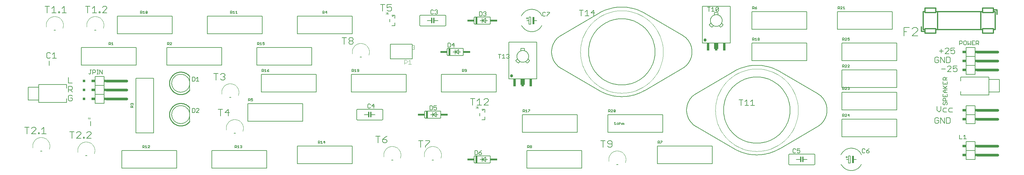
<source format=gto>
G75*
G70*
%OFA0B0*%
%FSLAX24Y24*%
%IPPOS*%
%LPD*%
%AMOC8*
5,1,8,0,0,1.08239X$1,22.5*
%
%ADD10C,0.0060*%
%ADD11C,0.0000*%
%ADD12C,0.0080*%
%ADD13C,0.0100*%
%ADD14C,0.0050*%
%ADD15C,0.0030*%
%ADD16R,0.0200X0.0800*%
%ADD17R,0.0750X0.0200*%
%ADD18C,0.0340*%
%ADD19R,0.0500X0.0700*%
%ADD20R,0.0300X0.0850*%
%ADD21C,0.0020*%
%ADD22C,0.0070*%
%ADD23C,0.0120*%
%ADD24C,0.0300*%
%ADD25R,0.0200X0.0300*%
%ADD26R,0.0400X0.0300*%
%ADD27C,0.0040*%
%ADD28R,0.0300X0.0300*%
%ADD29C,0.0010*%
D10*
X015761Y012110D02*
X015911Y012110D01*
X010911Y012610D02*
X010761Y012610D01*
X025331Y016680D02*
X025333Y016743D01*
X025339Y016805D01*
X025349Y016867D01*
X025362Y016929D01*
X025380Y016989D01*
X025401Y017048D01*
X025426Y017106D01*
X025455Y017162D01*
X025487Y017216D01*
X025522Y017268D01*
X025560Y017317D01*
X025602Y017365D01*
X025646Y017409D01*
X025694Y017451D01*
X025743Y017489D01*
X025795Y017524D01*
X025849Y017556D01*
X025905Y017585D01*
X025963Y017610D01*
X026022Y017631D01*
X026082Y017649D01*
X026144Y017662D01*
X026206Y017672D01*
X026268Y017678D01*
X026331Y017680D01*
X026394Y017678D01*
X026456Y017672D01*
X026518Y017662D01*
X026580Y017649D01*
X026640Y017631D01*
X026699Y017610D01*
X026757Y017585D01*
X026813Y017556D01*
X026867Y017524D01*
X026919Y017489D01*
X026968Y017451D01*
X027016Y017409D01*
X027060Y017365D01*
X027102Y017317D01*
X027140Y017268D01*
X027175Y017216D01*
X027207Y017162D01*
X027236Y017106D01*
X027261Y017048D01*
X027282Y016989D01*
X027300Y016929D01*
X027313Y016867D01*
X027323Y016805D01*
X027329Y016743D01*
X027331Y016680D01*
X027329Y016617D01*
X027323Y016555D01*
X027313Y016493D01*
X027300Y016431D01*
X027282Y016371D01*
X027261Y016312D01*
X027236Y016254D01*
X027207Y016198D01*
X027175Y016144D01*
X027140Y016092D01*
X027102Y016043D01*
X027060Y015995D01*
X027016Y015951D01*
X026968Y015909D01*
X026919Y015871D01*
X026867Y015836D01*
X026813Y015804D01*
X026757Y015775D01*
X026699Y015750D01*
X026640Y015729D01*
X026580Y015711D01*
X026518Y015698D01*
X026456Y015688D01*
X026394Y015682D01*
X026331Y015680D01*
X026268Y015682D01*
X026206Y015688D01*
X026144Y015698D01*
X026082Y015711D01*
X026022Y015729D01*
X025963Y015750D01*
X025905Y015775D01*
X025849Y015804D01*
X025795Y015836D01*
X025743Y015871D01*
X025694Y015909D01*
X025646Y015951D01*
X025602Y015995D01*
X025560Y016043D01*
X025522Y016092D01*
X025487Y016144D01*
X025455Y016198D01*
X025426Y016254D01*
X025401Y016312D01*
X025380Y016371D01*
X025362Y016431D01*
X025349Y016493D01*
X025339Y016555D01*
X025333Y016617D01*
X025331Y016680D01*
X031761Y018610D02*
X031911Y018610D01*
X025331Y020180D02*
X025333Y020243D01*
X025339Y020305D01*
X025349Y020367D01*
X025362Y020429D01*
X025380Y020489D01*
X025401Y020548D01*
X025426Y020606D01*
X025455Y020662D01*
X025487Y020716D01*
X025522Y020768D01*
X025560Y020817D01*
X025602Y020865D01*
X025646Y020909D01*
X025694Y020951D01*
X025743Y020989D01*
X025795Y021024D01*
X025849Y021056D01*
X025905Y021085D01*
X025963Y021110D01*
X026022Y021131D01*
X026082Y021149D01*
X026144Y021162D01*
X026206Y021172D01*
X026268Y021178D01*
X026331Y021180D01*
X026394Y021178D01*
X026456Y021172D01*
X026518Y021162D01*
X026580Y021149D01*
X026640Y021131D01*
X026699Y021110D01*
X026757Y021085D01*
X026813Y021056D01*
X026867Y021024D01*
X026919Y020989D01*
X026968Y020951D01*
X027016Y020909D01*
X027060Y020865D01*
X027102Y020817D01*
X027140Y020768D01*
X027175Y020716D01*
X027207Y020662D01*
X027236Y020606D01*
X027261Y020548D01*
X027282Y020489D01*
X027300Y020429D01*
X027313Y020367D01*
X027323Y020305D01*
X027329Y020243D01*
X027331Y020180D01*
X027329Y020117D01*
X027323Y020055D01*
X027313Y019993D01*
X027300Y019931D01*
X027282Y019871D01*
X027261Y019812D01*
X027236Y019754D01*
X027207Y019698D01*
X027175Y019644D01*
X027140Y019592D01*
X027102Y019543D01*
X027060Y019495D01*
X027016Y019451D01*
X026968Y019409D01*
X026919Y019371D01*
X026867Y019336D01*
X026813Y019304D01*
X026757Y019275D01*
X026699Y019250D01*
X026640Y019229D01*
X026580Y019211D01*
X026518Y019198D01*
X026456Y019188D01*
X026394Y019182D01*
X026331Y019180D01*
X026268Y019182D01*
X026206Y019188D01*
X026144Y019198D01*
X026082Y019211D01*
X026022Y019229D01*
X025963Y019250D01*
X025905Y019275D01*
X025849Y019304D01*
X025795Y019336D01*
X025743Y019371D01*
X025694Y019409D01*
X025646Y019451D01*
X025602Y019495D01*
X025560Y019543D01*
X025522Y019592D01*
X025487Y019644D01*
X025455Y019698D01*
X025426Y019754D01*
X025401Y019812D01*
X025380Y019871D01*
X025362Y019931D01*
X025349Y019993D01*
X025339Y020055D01*
X025333Y020117D01*
X025331Y020180D01*
X017831Y019930D02*
X017831Y018930D01*
X017831Y017930D01*
X016831Y017930D01*
X016831Y018930D01*
X017831Y018930D01*
X016831Y018930D02*
X016831Y019930D01*
X017831Y019930D01*
X017831Y020930D01*
X016831Y020930D01*
X016831Y019930D01*
X014288Y019744D02*
X014288Y019530D01*
X014181Y019424D01*
X013861Y019424D01*
X014074Y019424D02*
X014288Y019210D01*
X014181Y018851D02*
X013968Y018851D01*
X013861Y018744D01*
X013861Y018317D01*
X013968Y018210D01*
X014181Y018210D01*
X014288Y018317D01*
X014288Y018530D01*
X014074Y018530D01*
X014288Y018744D02*
X014181Y018851D01*
X013861Y019210D02*
X013861Y019851D01*
X014181Y019851D01*
X014288Y019744D01*
X014288Y020210D02*
X013861Y020210D01*
X013861Y020851D01*
X012508Y022960D02*
X012081Y022960D01*
X012294Y022960D02*
X012294Y023601D01*
X012081Y023387D01*
X011863Y023494D02*
X011756Y023601D01*
X011543Y023601D01*
X011436Y023494D01*
X011436Y023067D01*
X011543Y022960D01*
X011756Y022960D01*
X011863Y023067D01*
X012261Y026110D02*
X012411Y026110D01*
X016761Y026110D02*
X016911Y026110D01*
X046261Y023110D02*
X046411Y023110D01*
X049610Y022893D02*
X052051Y022893D01*
X052051Y024526D01*
X049610Y024526D01*
X049610Y022893D01*
X055931Y023380D02*
X055931Y023980D01*
X055933Y023997D01*
X055937Y024014D01*
X055944Y024030D01*
X055954Y024044D01*
X055967Y024057D01*
X055981Y024067D01*
X055997Y024074D01*
X056014Y024078D01*
X056031Y024080D01*
X057631Y024080D01*
X057648Y024078D01*
X057665Y024074D01*
X057681Y024067D01*
X057695Y024057D01*
X057708Y024044D01*
X057718Y024030D01*
X057725Y024014D01*
X057729Y023997D01*
X057731Y023980D01*
X057731Y023380D01*
X057729Y023363D01*
X057725Y023346D01*
X057718Y023330D01*
X057708Y023316D01*
X057695Y023303D01*
X057681Y023293D01*
X057665Y023286D01*
X057648Y023282D01*
X057631Y023280D01*
X056031Y023280D01*
X056014Y023282D01*
X055997Y023286D01*
X055981Y023293D01*
X055967Y023303D01*
X055954Y023316D01*
X055944Y023330D01*
X055937Y023346D01*
X055933Y023363D01*
X055931Y023380D01*
X056581Y023680D02*
X056831Y023680D01*
X056831Y023430D01*
X056831Y023680D02*
X056831Y023930D01*
X056831Y023680D02*
X057231Y023930D01*
X057231Y023430D01*
X056831Y023680D01*
X057431Y023680D01*
X055681Y026580D02*
X052981Y026580D01*
X052964Y026582D01*
X052947Y026586D01*
X052931Y026593D01*
X052917Y026603D01*
X052904Y026616D01*
X052894Y026630D01*
X052887Y026646D01*
X052883Y026663D01*
X052881Y026680D01*
X052881Y027680D01*
X052883Y027697D01*
X052887Y027714D01*
X052894Y027730D01*
X052904Y027744D01*
X052917Y027757D01*
X052931Y027767D01*
X052947Y027774D01*
X052964Y027778D01*
X052981Y027780D01*
X055681Y027780D01*
X055698Y027778D01*
X055715Y027774D01*
X055731Y027767D01*
X055745Y027757D01*
X055758Y027744D01*
X055768Y027730D01*
X055775Y027714D01*
X055779Y027697D01*
X055781Y027680D01*
X055781Y026680D01*
X055779Y026663D01*
X055775Y026646D01*
X055768Y026630D01*
X055758Y026616D01*
X055745Y026603D01*
X055731Y026593D01*
X055715Y026586D01*
X055698Y026582D01*
X055681Y026580D01*
X054931Y027180D02*
X054461Y027180D01*
X054211Y027180D02*
X053731Y027180D01*
X050111Y026940D02*
X050111Y026590D01*
X049771Y026590D01*
X049551Y027040D02*
X049551Y027320D01*
X049771Y027770D02*
X049951Y027770D01*
X050111Y027770D01*
X050111Y027420D01*
X049821Y027650D02*
X049841Y027650D01*
X049860Y027654D01*
X049879Y027660D01*
X049897Y027670D01*
X049912Y027682D01*
X049926Y027696D01*
X049937Y027713D01*
X049945Y027731D01*
X049949Y027751D01*
X049951Y027770D01*
X058931Y027480D02*
X058931Y026880D01*
X058933Y026863D01*
X058937Y026846D01*
X058944Y026830D01*
X058954Y026816D01*
X058967Y026803D01*
X058981Y026793D01*
X058997Y026786D01*
X059014Y026782D01*
X059031Y026780D01*
X060631Y026780D01*
X060648Y026782D01*
X060665Y026786D01*
X060681Y026793D01*
X060695Y026803D01*
X060708Y026816D01*
X060718Y026830D01*
X060725Y026846D01*
X060729Y026863D01*
X060731Y026880D01*
X060731Y027480D01*
X060729Y027497D01*
X060725Y027514D01*
X060718Y027530D01*
X060708Y027544D01*
X060695Y027557D01*
X060681Y027567D01*
X060665Y027574D01*
X060648Y027578D01*
X060631Y027580D01*
X059031Y027580D01*
X059014Y027578D01*
X058997Y027574D01*
X058981Y027567D01*
X058967Y027557D01*
X058954Y027544D01*
X058944Y027530D01*
X058937Y027514D01*
X058933Y027497D01*
X058931Y027480D01*
X059581Y027180D02*
X059831Y027180D01*
X059831Y026930D01*
X059831Y027180D02*
X059831Y027430D01*
X059831Y027180D02*
X060231Y027430D01*
X060231Y026930D01*
X059831Y027180D01*
X060431Y027180D01*
X064731Y027430D02*
X064931Y027430D01*
X064831Y027330D02*
X064831Y027530D01*
X065031Y027580D02*
X065031Y027180D01*
X065031Y026780D01*
X065231Y026780D01*
X065231Y027580D01*
X065031Y027580D01*
X065031Y027180D02*
X064781Y027180D01*
X064201Y026646D02*
X064232Y026584D01*
X064267Y026525D01*
X064304Y026467D01*
X064345Y026412D01*
X064389Y026358D01*
X064436Y026308D01*
X064485Y026260D01*
X064537Y026215D01*
X064591Y026172D01*
X064648Y026133D01*
X064706Y026097D01*
X064767Y026064D01*
X064829Y026035D01*
X064893Y026009D01*
X064958Y025987D01*
X065024Y025968D01*
X065092Y025953D01*
X065159Y025942D01*
X065228Y025934D01*
X065297Y025930D01*
X065365Y025930D01*
X065434Y025934D01*
X065503Y025942D01*
X065570Y025953D01*
X065638Y025968D01*
X065704Y025987D01*
X065769Y026009D01*
X065833Y026035D01*
X065895Y026064D01*
X065956Y026097D01*
X066014Y026133D01*
X066071Y026172D01*
X066125Y026215D01*
X066177Y026260D01*
X066226Y026308D01*
X066273Y026358D01*
X066317Y026412D01*
X066358Y026467D01*
X066395Y026525D01*
X066430Y026584D01*
X066461Y026646D01*
X065881Y027180D02*
X065581Y027180D01*
X066461Y027714D02*
X066430Y027776D01*
X066395Y027835D01*
X066358Y027893D01*
X066317Y027948D01*
X066273Y028002D01*
X066226Y028052D01*
X066177Y028100D01*
X066125Y028145D01*
X066071Y028188D01*
X066014Y028227D01*
X065956Y028263D01*
X065895Y028296D01*
X065833Y028325D01*
X065769Y028351D01*
X065704Y028373D01*
X065638Y028392D01*
X065570Y028407D01*
X065503Y028418D01*
X065434Y028426D01*
X065365Y028430D01*
X065297Y028430D01*
X065228Y028426D01*
X065159Y028418D01*
X065092Y028407D01*
X065024Y028392D01*
X064958Y028373D01*
X064893Y028351D01*
X064829Y028325D01*
X064767Y028296D01*
X064706Y028263D01*
X064648Y028227D01*
X064591Y028188D01*
X064537Y028145D01*
X064485Y028100D01*
X064436Y028052D01*
X064389Y028002D01*
X064345Y027948D01*
X064304Y027893D01*
X064267Y027835D01*
X064232Y027776D01*
X064201Y027714D01*
X068531Y025480D02*
X072831Y028010D01*
X077681Y028090D02*
X082171Y025460D01*
X084281Y024680D02*
X087381Y024680D01*
X087381Y028780D01*
X084281Y028780D01*
X084281Y024680D01*
X083131Y023680D02*
X083129Y023579D01*
X083121Y023478D01*
X083109Y023378D01*
X083093Y023278D01*
X083071Y023179D01*
X083045Y023081D01*
X083014Y022985D01*
X082979Y022890D01*
X082939Y022797D01*
X082895Y022706D01*
X082847Y022617D01*
X082794Y022531D01*
X082738Y022447D01*
X082677Y022366D01*
X082613Y022288D01*
X082545Y022213D01*
X082474Y022141D01*
X082399Y022073D01*
X082321Y022008D01*
X082240Y021947D01*
X082156Y021891D01*
X082171Y021900D02*
X077841Y019350D01*
X072991Y019260D02*
X068541Y021870D01*
X067531Y023680D02*
X067533Y023782D01*
X067541Y023883D01*
X067553Y023984D01*
X067570Y024084D01*
X067591Y024184D01*
X067618Y024282D01*
X067649Y024379D01*
X067684Y024474D01*
X067725Y024567D01*
X067769Y024659D01*
X067818Y024748D01*
X067871Y024835D01*
X067928Y024919D01*
X067989Y025000D01*
X068054Y025078D01*
X068123Y025153D01*
X068195Y025225D01*
X068270Y025293D01*
X068349Y025358D01*
X068430Y025418D01*
X068515Y025475D01*
X068602Y025528D01*
X067531Y023680D02*
X067533Y023580D01*
X067540Y023480D01*
X067552Y023380D01*
X067569Y023281D01*
X067590Y023183D01*
X067616Y023086D01*
X067646Y022990D01*
X067681Y022896D01*
X067720Y022803D01*
X067763Y022713D01*
X067811Y022625D01*
X067863Y022539D01*
X067918Y022455D01*
X067978Y022374D01*
X068041Y022297D01*
X068108Y022222D01*
X068179Y022150D01*
X068252Y022082D01*
X068329Y022018D01*
X068409Y021957D01*
X068492Y021900D01*
X068577Y021847D01*
X072978Y019268D02*
X073197Y019158D01*
X073421Y019059D01*
X073650Y018971D01*
X073882Y018894D01*
X074118Y018829D01*
X074357Y018776D01*
X074599Y018734D01*
X074842Y018704D01*
X075086Y018686D01*
X075331Y018680D01*
X083531Y018980D02*
X087831Y021510D01*
X092681Y021590D02*
X097171Y018960D01*
X098131Y017180D02*
X098129Y017079D01*
X098121Y016978D01*
X098109Y016878D01*
X098093Y016778D01*
X098071Y016679D01*
X098045Y016581D01*
X098014Y016485D01*
X097979Y016390D01*
X097939Y016297D01*
X097895Y016206D01*
X097847Y016117D01*
X097794Y016031D01*
X097738Y015947D01*
X097677Y015866D01*
X097613Y015788D01*
X097545Y015713D01*
X097474Y015641D01*
X097399Y015573D01*
X097321Y015508D01*
X097240Y015447D01*
X097156Y015391D01*
X097171Y015400D02*
X092841Y012850D01*
X093881Y012180D02*
X093881Y011180D01*
X093883Y011163D01*
X093887Y011146D01*
X093894Y011130D01*
X093904Y011116D01*
X093917Y011103D01*
X093931Y011093D01*
X093947Y011086D01*
X093964Y011082D01*
X093981Y011080D01*
X096681Y011080D01*
X096698Y011082D01*
X096715Y011086D01*
X096731Y011093D01*
X096745Y011103D01*
X096758Y011116D01*
X096768Y011130D01*
X096775Y011146D01*
X096779Y011163D01*
X096781Y011180D01*
X096781Y012180D01*
X096779Y012197D01*
X096775Y012214D01*
X096768Y012230D01*
X096758Y012244D01*
X096745Y012257D01*
X096731Y012267D01*
X096715Y012274D01*
X096698Y012278D01*
X096681Y012280D01*
X093981Y012280D01*
X093964Y012278D01*
X093947Y012274D01*
X093931Y012267D01*
X093917Y012257D01*
X093904Y012244D01*
X093894Y012230D01*
X093887Y012214D01*
X093883Y012197D01*
X093881Y012180D01*
X094731Y011680D02*
X095211Y011680D01*
X095461Y011680D02*
X095931Y011680D01*
X100231Y011930D02*
X100431Y011930D01*
X100331Y011830D02*
X100331Y012030D01*
X100531Y012080D02*
X100531Y011680D01*
X100531Y011280D01*
X100731Y011280D01*
X100731Y012080D01*
X100531Y012080D01*
X100531Y011680D02*
X100281Y011680D01*
X099701Y011146D02*
X099732Y011084D01*
X099767Y011025D01*
X099804Y010967D01*
X099845Y010912D01*
X099889Y010858D01*
X099936Y010808D01*
X099985Y010760D01*
X100037Y010715D01*
X100091Y010672D01*
X100148Y010633D01*
X100206Y010597D01*
X100267Y010564D01*
X100329Y010535D01*
X100393Y010509D01*
X100458Y010487D01*
X100524Y010468D01*
X100592Y010453D01*
X100659Y010442D01*
X100728Y010434D01*
X100797Y010430D01*
X100865Y010430D01*
X100934Y010434D01*
X101003Y010442D01*
X101070Y010453D01*
X101138Y010468D01*
X101204Y010487D01*
X101269Y010509D01*
X101333Y010535D01*
X101395Y010564D01*
X101456Y010597D01*
X101514Y010633D01*
X101571Y010672D01*
X101625Y010715D01*
X101677Y010760D01*
X101726Y010808D01*
X101773Y010858D01*
X101817Y010912D01*
X101858Y010967D01*
X101895Y011025D01*
X101930Y011084D01*
X101961Y011146D01*
X101381Y011680D02*
X101081Y011680D01*
X101961Y012214D02*
X101930Y012276D01*
X101895Y012335D01*
X101858Y012393D01*
X101817Y012448D01*
X101773Y012502D01*
X101726Y012552D01*
X101677Y012600D01*
X101625Y012645D01*
X101571Y012688D01*
X101514Y012727D01*
X101456Y012763D01*
X101395Y012796D01*
X101333Y012825D01*
X101269Y012851D01*
X101204Y012873D01*
X101138Y012892D01*
X101070Y012907D01*
X101003Y012918D01*
X100934Y012926D01*
X100865Y012930D01*
X100797Y012930D01*
X100728Y012926D01*
X100659Y012918D01*
X100592Y012907D01*
X100524Y012892D01*
X100458Y012873D01*
X100393Y012851D01*
X100329Y012825D01*
X100267Y012796D01*
X100206Y012763D01*
X100148Y012727D01*
X100091Y012688D01*
X100037Y012645D01*
X099985Y012600D01*
X099936Y012552D01*
X099889Y012502D01*
X099845Y012448D01*
X099804Y012393D01*
X099767Y012335D01*
X099732Y012276D01*
X099701Y012214D01*
X110111Y015817D02*
X110218Y015710D01*
X110431Y015710D01*
X110538Y015817D01*
X110538Y016030D01*
X110324Y016030D01*
X110111Y016244D02*
X110111Y015817D01*
X110111Y016244D02*
X110218Y016351D01*
X110431Y016351D01*
X110538Y016244D01*
X110756Y016351D02*
X111183Y015710D01*
X111183Y016351D01*
X111400Y016351D02*
X111720Y016351D01*
X111827Y016244D01*
X111827Y015817D01*
X111720Y015710D01*
X111400Y015710D01*
X111400Y016351D01*
X110756Y016351D02*
X110756Y015710D01*
X113581Y015680D02*
X114581Y015680D01*
X114581Y016680D01*
X114581Y017680D01*
X113581Y017680D01*
X113581Y016680D01*
X113581Y015680D01*
X113581Y016680D02*
X114581Y016680D01*
X112077Y016960D02*
X111757Y016960D01*
X111650Y017067D01*
X111650Y017280D01*
X111757Y017387D01*
X112077Y017387D01*
X111433Y017387D02*
X111112Y017387D01*
X111006Y017280D01*
X111006Y017067D01*
X111112Y016960D01*
X111433Y016960D01*
X110788Y017174D02*
X110788Y017601D01*
X110361Y017601D02*
X110361Y017174D01*
X110574Y016960D01*
X110788Y017174D01*
X113581Y013680D02*
X114581Y013680D01*
X114581Y012680D01*
X114581Y011680D01*
X113581Y011680D01*
X113581Y012680D01*
X114581Y012680D01*
X113581Y012680D02*
X113581Y013680D01*
X098131Y017180D02*
X098129Y017281D01*
X098121Y017382D01*
X098109Y017482D01*
X098093Y017582D01*
X098071Y017681D01*
X098045Y017779D01*
X098014Y017875D01*
X097979Y017970D01*
X097939Y018063D01*
X097895Y018154D01*
X097847Y018243D01*
X097794Y018329D01*
X097738Y018413D01*
X097677Y018494D01*
X097613Y018572D01*
X097545Y018647D01*
X097474Y018719D01*
X097399Y018787D01*
X097321Y018852D01*
X097240Y018913D01*
X097156Y018969D01*
X092684Y021592D02*
X092465Y021702D01*
X092241Y021801D01*
X092012Y021889D01*
X091780Y021966D01*
X091544Y022031D01*
X091305Y022084D01*
X091063Y022126D01*
X090820Y022156D01*
X090576Y022174D01*
X090331Y022180D01*
X083131Y023680D02*
X083129Y023781D01*
X083121Y023882D01*
X083109Y023982D01*
X083093Y024082D01*
X083071Y024181D01*
X083045Y024279D01*
X083014Y024375D01*
X082979Y024470D01*
X082939Y024563D01*
X082895Y024654D01*
X082847Y024743D01*
X082794Y024829D01*
X082738Y024913D01*
X082677Y024994D01*
X082613Y025072D01*
X082545Y025147D01*
X082474Y025219D01*
X082399Y025287D01*
X082321Y025352D01*
X082240Y025413D01*
X082156Y025469D01*
X085064Y026710D02*
X085249Y026891D01*
X085528Y026605D02*
X085343Y026424D01*
X086134Y026605D02*
X086319Y026424D01*
X086598Y026710D02*
X086413Y026891D01*
X085343Y026424D02*
X085296Y026456D01*
X085251Y026492D01*
X085208Y026531D01*
X085167Y026572D01*
X085130Y026616D01*
X085095Y026662D01*
X085064Y026710D01*
X086319Y026424D02*
X086366Y026456D01*
X086411Y026492D01*
X086454Y026531D01*
X086495Y026572D01*
X086532Y026616D01*
X086567Y026662D01*
X086598Y026710D01*
X085181Y027180D02*
X085183Y027230D01*
X085189Y027280D01*
X085199Y027330D01*
X085212Y027378D01*
X085229Y027426D01*
X085250Y027472D01*
X085274Y027516D01*
X085302Y027558D01*
X085333Y027598D01*
X085367Y027635D01*
X085404Y027670D01*
X085443Y027701D01*
X085484Y027730D01*
X085528Y027755D01*
X085574Y027777D01*
X085621Y027795D01*
X085669Y027809D01*
X085718Y027820D01*
X085768Y027827D01*
X085818Y027830D01*
X085869Y027829D01*
X085919Y027824D01*
X085969Y027815D01*
X086017Y027803D01*
X086065Y027786D01*
X086111Y027766D01*
X086156Y027743D01*
X086199Y027716D01*
X086239Y027686D01*
X086277Y027653D01*
X086312Y027617D01*
X086345Y027578D01*
X086374Y027537D01*
X086400Y027494D01*
X086423Y027449D01*
X086442Y027402D01*
X086457Y027354D01*
X086469Y027305D01*
X086477Y027255D01*
X086481Y027205D01*
X086481Y027155D01*
X086477Y027105D01*
X086469Y027055D01*
X086457Y027006D01*
X086442Y026958D01*
X086423Y026911D01*
X086400Y026866D01*
X086374Y026823D01*
X086345Y026782D01*
X086312Y026743D01*
X086277Y026707D01*
X086239Y026674D01*
X086199Y026644D01*
X086156Y026617D01*
X086111Y026594D01*
X086065Y026574D01*
X086017Y026557D01*
X085969Y026545D01*
X085919Y026536D01*
X085869Y026531D01*
X085818Y026530D01*
X085768Y026533D01*
X085718Y026540D01*
X085669Y026551D01*
X085621Y026565D01*
X085574Y026583D01*
X085528Y026605D01*
X085484Y026630D01*
X085443Y026659D01*
X085404Y026690D01*
X085367Y026725D01*
X085333Y026762D01*
X085302Y026802D01*
X085274Y026844D01*
X085250Y026888D01*
X085229Y026934D01*
X085212Y026982D01*
X085199Y027030D01*
X085189Y027080D01*
X085183Y027130D01*
X085181Y027180D01*
X085631Y028057D02*
X085688Y028068D01*
X085745Y028076D01*
X085802Y028080D01*
X085860Y028080D01*
X085917Y028076D01*
X085974Y028068D01*
X086031Y028057D01*
X086031Y028058D02*
X086031Y027799D01*
X085631Y027799D02*
X085631Y028058D01*
X077684Y028092D02*
X077465Y028202D01*
X077241Y028301D01*
X077012Y028389D01*
X076780Y028466D01*
X076544Y028531D01*
X076305Y028584D01*
X076063Y028626D01*
X075820Y028656D01*
X075576Y028674D01*
X075331Y028680D01*
X077840Y019355D02*
X077630Y019240D01*
X077415Y019135D01*
X077196Y019041D01*
X076972Y018957D01*
X076745Y018884D01*
X076514Y018822D01*
X076281Y018771D01*
X076045Y018731D01*
X075808Y018703D01*
X075570Y018686D01*
X075331Y018680D01*
X082531Y017180D02*
X082533Y017080D01*
X082540Y016980D01*
X082552Y016880D01*
X082569Y016781D01*
X082590Y016683D01*
X082616Y016586D01*
X082646Y016490D01*
X082681Y016396D01*
X082720Y016303D01*
X082763Y016213D01*
X082811Y016125D01*
X082863Y016039D01*
X082918Y015955D01*
X082978Y015874D01*
X083041Y015797D01*
X083108Y015722D01*
X083179Y015650D01*
X083252Y015582D01*
X083329Y015518D01*
X083409Y015457D01*
X083492Y015400D01*
X083577Y015347D01*
X083541Y015370D02*
X087991Y012760D01*
X074911Y011110D02*
X074761Y011110D01*
X060731Y011380D02*
X060731Y011980D01*
X060729Y011997D01*
X060725Y012014D01*
X060718Y012030D01*
X060708Y012044D01*
X060695Y012057D01*
X060681Y012067D01*
X060665Y012074D01*
X060648Y012078D01*
X060631Y012080D01*
X059031Y012080D01*
X059014Y012078D01*
X058997Y012074D01*
X058981Y012067D01*
X058967Y012057D01*
X058954Y012044D01*
X058944Y012030D01*
X058937Y012014D01*
X058933Y011997D01*
X058931Y011980D01*
X058931Y011380D01*
X058933Y011363D01*
X058937Y011346D01*
X058944Y011330D01*
X058954Y011316D01*
X058967Y011303D01*
X058981Y011293D01*
X058997Y011286D01*
X059014Y011282D01*
X059031Y011280D01*
X060631Y011280D01*
X060648Y011282D01*
X060665Y011286D01*
X060681Y011293D01*
X060695Y011303D01*
X060708Y011316D01*
X060718Y011330D01*
X060725Y011346D01*
X060729Y011363D01*
X060731Y011380D01*
X060431Y011680D02*
X059831Y011680D01*
X059831Y011430D01*
X059831Y011680D02*
X059831Y011930D01*
X059831Y011680D02*
X060231Y011930D01*
X060231Y011430D01*
X059831Y011680D01*
X059581Y011680D01*
X054411Y011610D02*
X054261Y011610D01*
X049911Y011610D02*
X049761Y011610D01*
X048681Y016080D02*
X045981Y016080D01*
X045964Y016082D01*
X045947Y016086D01*
X045931Y016093D01*
X045917Y016103D01*
X045904Y016116D01*
X045894Y016130D01*
X045887Y016146D01*
X045883Y016163D01*
X045881Y016180D01*
X045881Y017180D01*
X045883Y017197D01*
X045887Y017214D01*
X045894Y017230D01*
X045904Y017244D01*
X045917Y017257D01*
X045931Y017267D01*
X045947Y017274D01*
X045964Y017278D01*
X045981Y017280D01*
X048681Y017280D01*
X048698Y017278D01*
X048715Y017274D01*
X048731Y017267D01*
X048745Y017257D01*
X048758Y017244D01*
X048768Y017230D01*
X048775Y017214D01*
X048779Y017197D01*
X048781Y017180D01*
X048781Y016180D01*
X048779Y016163D01*
X048775Y016146D01*
X048768Y016130D01*
X048758Y016116D01*
X048745Y016103D01*
X048731Y016093D01*
X048715Y016086D01*
X048698Y016082D01*
X048681Y016080D01*
X047931Y016680D02*
X047461Y016680D01*
X047211Y016680D02*
X046731Y016680D01*
X053431Y016980D02*
X053431Y016380D01*
X053433Y016363D01*
X053437Y016346D01*
X053444Y016330D01*
X053454Y016316D01*
X053467Y016303D01*
X053481Y016293D01*
X053497Y016286D01*
X053514Y016282D01*
X053531Y016280D01*
X055131Y016280D01*
X055148Y016282D01*
X055165Y016286D01*
X055181Y016293D01*
X055195Y016303D01*
X055208Y016316D01*
X055218Y016330D01*
X055225Y016346D01*
X055229Y016363D01*
X055231Y016380D01*
X055231Y016980D01*
X055229Y016997D01*
X055225Y017014D01*
X055218Y017030D01*
X055208Y017044D01*
X055195Y017057D01*
X055181Y017067D01*
X055165Y017074D01*
X055148Y017078D01*
X055131Y017080D01*
X053531Y017080D01*
X053514Y017078D01*
X053497Y017074D01*
X053481Y017067D01*
X053467Y017057D01*
X053454Y017044D01*
X053444Y017030D01*
X053437Y017014D01*
X053433Y016997D01*
X053431Y016980D01*
X054081Y016680D02*
X054331Y016680D01*
X054331Y016430D01*
X054331Y016680D02*
X054731Y016430D01*
X054731Y016930D01*
X054331Y016680D01*
X054331Y016930D01*
X054331Y016680D02*
X054931Y016680D01*
X059551Y016820D02*
X059551Y016540D01*
X060111Y016440D02*
X060111Y016090D01*
X059771Y016090D01*
X060111Y016920D02*
X060111Y017270D01*
X059951Y017270D01*
X059771Y017270D01*
X059821Y017150D02*
X059841Y017150D01*
X059860Y017154D01*
X059879Y017160D01*
X059897Y017170D01*
X059912Y017182D01*
X059926Y017196D01*
X059937Y017213D01*
X059945Y017231D01*
X059949Y017251D01*
X059951Y017270D01*
X071641Y023680D02*
X071645Y023861D01*
X071659Y024042D01*
X071681Y024221D01*
X071712Y024400D01*
X071752Y024577D01*
X071800Y024751D01*
X071857Y024923D01*
X071922Y025092D01*
X071995Y025258D01*
X072077Y025419D01*
X072166Y025577D01*
X072263Y025730D01*
X072367Y025878D01*
X072479Y026021D01*
X072597Y026158D01*
X072722Y026289D01*
X072853Y026414D01*
X072990Y026532D01*
X073133Y026644D01*
X073281Y026748D01*
X073434Y026845D01*
X073592Y026934D01*
X073753Y027016D01*
X073919Y027089D01*
X074088Y027154D01*
X074260Y027211D01*
X074434Y027259D01*
X074611Y027299D01*
X074790Y027330D01*
X074969Y027352D01*
X075150Y027366D01*
X075331Y027370D01*
X075512Y027366D01*
X075693Y027352D01*
X075872Y027330D01*
X076051Y027299D01*
X076228Y027259D01*
X076402Y027211D01*
X076574Y027154D01*
X076743Y027089D01*
X076909Y027016D01*
X077070Y026934D01*
X077228Y026845D01*
X077381Y026748D01*
X077529Y026644D01*
X077672Y026532D01*
X077809Y026414D01*
X077940Y026289D01*
X078065Y026158D01*
X078183Y026021D01*
X078295Y025878D01*
X078399Y025730D01*
X078496Y025577D01*
X078585Y025419D01*
X078667Y025258D01*
X078740Y025092D01*
X078805Y024923D01*
X078862Y024751D01*
X078910Y024577D01*
X078950Y024400D01*
X078981Y024221D01*
X079003Y024042D01*
X079017Y023861D01*
X079021Y023680D01*
X079017Y023499D01*
X079003Y023318D01*
X078981Y023139D01*
X078950Y022960D01*
X078910Y022783D01*
X078862Y022609D01*
X078805Y022437D01*
X078740Y022268D01*
X078667Y022102D01*
X078585Y021941D01*
X078496Y021783D01*
X078399Y021630D01*
X078295Y021482D01*
X078183Y021339D01*
X078065Y021202D01*
X077940Y021071D01*
X077809Y020946D01*
X077672Y020828D01*
X077529Y020716D01*
X077381Y020612D01*
X077228Y020515D01*
X077070Y020426D01*
X076909Y020344D01*
X076743Y020271D01*
X076574Y020206D01*
X076402Y020149D01*
X076228Y020101D01*
X076051Y020061D01*
X075872Y020030D01*
X075693Y020008D01*
X075512Y019994D01*
X075331Y019990D01*
X075150Y019994D01*
X074969Y020008D01*
X074790Y020030D01*
X074611Y020061D01*
X074434Y020101D01*
X074260Y020149D01*
X074088Y020206D01*
X073919Y020271D01*
X073753Y020344D01*
X073592Y020426D01*
X073434Y020515D01*
X073281Y020612D01*
X073133Y020716D01*
X072990Y020828D01*
X072853Y020946D01*
X072722Y021071D01*
X072597Y021202D01*
X072479Y021339D01*
X072367Y021482D01*
X072263Y021630D01*
X072166Y021783D01*
X072077Y021941D01*
X071995Y022102D01*
X071922Y022268D01*
X071857Y022437D01*
X071800Y022609D01*
X071752Y022783D01*
X071712Y022960D01*
X071681Y023139D01*
X071659Y023318D01*
X071645Y023499D01*
X071641Y023680D01*
X072822Y028005D02*
X073032Y028120D01*
X073247Y028225D01*
X073466Y028319D01*
X073690Y028403D01*
X073917Y028476D01*
X074148Y028538D01*
X074381Y028589D01*
X074617Y028629D01*
X074854Y028657D01*
X075092Y028674D01*
X075331Y028680D01*
X110111Y022994D02*
X110111Y022567D01*
X110218Y022460D01*
X110431Y022460D01*
X110538Y022567D01*
X110538Y022780D01*
X110324Y022780D01*
X110111Y022994D02*
X110218Y023101D01*
X110431Y023101D01*
X110538Y022994D01*
X110756Y023101D02*
X111183Y022460D01*
X111183Y023101D01*
X111400Y023101D02*
X111720Y023101D01*
X111827Y022994D01*
X111827Y022567D01*
X111720Y022460D01*
X111400Y022460D01*
X111400Y023101D01*
X111256Y023460D02*
X111683Y023887D01*
X111683Y023994D01*
X111576Y024101D01*
X111362Y024101D01*
X111256Y023994D01*
X111038Y023780D02*
X110611Y023780D01*
X110824Y023994D02*
X110824Y023567D01*
X111256Y023460D02*
X111683Y023460D01*
X111900Y023567D02*
X112007Y023460D01*
X112220Y023460D01*
X112327Y023567D01*
X112327Y023780D01*
X112220Y023887D01*
X112114Y023887D01*
X111900Y023780D01*
X111900Y024101D01*
X112327Y024101D01*
X113581Y024180D02*
X114581Y024180D01*
X114581Y023180D01*
X114581Y022180D01*
X114581Y021180D01*
X113581Y021180D01*
X113581Y022180D01*
X114581Y022180D01*
X113581Y022180D02*
X113581Y023180D01*
X114581Y023180D01*
X113581Y023180D02*
X113581Y024180D01*
X110756Y023101D02*
X110756Y022460D01*
X111506Y021994D02*
X111612Y022101D01*
X111826Y022101D01*
X111933Y021994D01*
X111933Y021887D01*
X111506Y021460D01*
X111933Y021460D01*
X112150Y021567D02*
X112257Y021460D01*
X112470Y021460D01*
X112577Y021567D01*
X112577Y021780D01*
X112470Y021887D01*
X112364Y021887D01*
X112150Y021780D01*
X112150Y022101D01*
X112577Y022101D01*
X111288Y021780D02*
X110861Y021780D01*
X090331Y022180D02*
X090092Y022174D01*
X089854Y022157D01*
X089617Y022129D01*
X089381Y022089D01*
X089148Y022038D01*
X088917Y021976D01*
X088690Y021903D01*
X088466Y021819D01*
X088247Y021725D01*
X088032Y021620D01*
X087822Y021505D01*
X087978Y012768D02*
X088197Y012658D01*
X088421Y012559D01*
X088650Y012471D01*
X088882Y012394D01*
X089118Y012329D01*
X089357Y012276D01*
X089599Y012234D01*
X089842Y012204D01*
X090086Y012186D01*
X090331Y012180D01*
X082531Y017180D02*
X082533Y017282D01*
X082541Y017383D01*
X082553Y017484D01*
X082570Y017584D01*
X082591Y017684D01*
X082618Y017782D01*
X082649Y017879D01*
X082684Y017974D01*
X082725Y018067D01*
X082769Y018159D01*
X082818Y018248D01*
X082871Y018335D01*
X082928Y018419D01*
X082989Y018500D01*
X083054Y018578D01*
X083123Y018653D01*
X083195Y018725D01*
X083270Y018793D01*
X083349Y018858D01*
X083430Y018918D01*
X083515Y018975D01*
X083602Y019028D01*
X090331Y012180D02*
X090570Y012186D01*
X090808Y012203D01*
X091045Y012231D01*
X091281Y012271D01*
X091514Y012322D01*
X091745Y012384D01*
X091972Y012457D01*
X092196Y012541D01*
X092415Y012635D01*
X092630Y012740D01*
X092840Y012855D01*
X086641Y017180D02*
X086645Y017361D01*
X086659Y017542D01*
X086681Y017721D01*
X086712Y017900D01*
X086752Y018077D01*
X086800Y018251D01*
X086857Y018423D01*
X086922Y018592D01*
X086995Y018758D01*
X087077Y018919D01*
X087166Y019077D01*
X087263Y019230D01*
X087367Y019378D01*
X087479Y019521D01*
X087597Y019658D01*
X087722Y019789D01*
X087853Y019914D01*
X087990Y020032D01*
X088133Y020144D01*
X088281Y020248D01*
X088434Y020345D01*
X088592Y020434D01*
X088753Y020516D01*
X088919Y020589D01*
X089088Y020654D01*
X089260Y020711D01*
X089434Y020759D01*
X089611Y020799D01*
X089790Y020830D01*
X089969Y020852D01*
X090150Y020866D01*
X090331Y020870D01*
X090512Y020866D01*
X090693Y020852D01*
X090872Y020830D01*
X091051Y020799D01*
X091228Y020759D01*
X091402Y020711D01*
X091574Y020654D01*
X091743Y020589D01*
X091909Y020516D01*
X092070Y020434D01*
X092228Y020345D01*
X092381Y020248D01*
X092529Y020144D01*
X092672Y020032D01*
X092809Y019914D01*
X092940Y019789D01*
X093065Y019658D01*
X093183Y019521D01*
X093295Y019378D01*
X093399Y019230D01*
X093496Y019077D01*
X093585Y018919D01*
X093667Y018758D01*
X093740Y018592D01*
X093805Y018423D01*
X093862Y018251D01*
X093910Y018077D01*
X093950Y017900D01*
X093981Y017721D01*
X094003Y017542D01*
X094017Y017361D01*
X094021Y017180D01*
X094017Y016999D01*
X094003Y016818D01*
X093981Y016639D01*
X093950Y016460D01*
X093910Y016283D01*
X093862Y016109D01*
X093805Y015937D01*
X093740Y015768D01*
X093667Y015602D01*
X093585Y015441D01*
X093496Y015283D01*
X093399Y015130D01*
X093295Y014982D01*
X093183Y014839D01*
X093065Y014702D01*
X092940Y014571D01*
X092809Y014446D01*
X092672Y014328D01*
X092529Y014216D01*
X092381Y014112D01*
X092228Y014015D01*
X092070Y013926D01*
X091909Y013844D01*
X091743Y013771D01*
X091574Y013706D01*
X091402Y013649D01*
X091228Y013601D01*
X091051Y013561D01*
X090872Y013530D01*
X090693Y013508D01*
X090512Y013494D01*
X090331Y013490D01*
X090150Y013494D01*
X089969Y013508D01*
X089790Y013530D01*
X089611Y013561D01*
X089434Y013601D01*
X089260Y013649D01*
X089088Y013706D01*
X088919Y013771D01*
X088753Y013844D01*
X088592Y013926D01*
X088434Y014015D01*
X088281Y014112D01*
X088133Y014216D01*
X087990Y014328D01*
X087853Y014446D01*
X087722Y014571D01*
X087597Y014702D01*
X087479Y014839D01*
X087367Y014982D01*
X087263Y015130D01*
X087166Y015283D01*
X087077Y015441D01*
X086995Y015602D01*
X086922Y015768D01*
X086857Y015937D01*
X086800Y016109D01*
X086752Y016283D01*
X086712Y016460D01*
X086681Y016639D01*
X086659Y016818D01*
X086645Y016999D01*
X086641Y017180D01*
X032411Y014610D02*
X032261Y014610D01*
D11*
X031400Y014960D02*
X031388Y015019D01*
X031380Y015079D01*
X031376Y015140D01*
X031375Y015200D01*
X031379Y015261D01*
X031386Y015321D01*
X031397Y015380D01*
X031412Y015439D01*
X031430Y015497D01*
X031452Y015553D01*
X031478Y015608D01*
X031507Y015661D01*
X031539Y015712D01*
X031575Y015761D01*
X031614Y015808D01*
X031655Y015852D01*
X031699Y015893D01*
X031746Y015932D01*
X031795Y015967D01*
X031847Y015999D01*
X031900Y016028D01*
X031955Y016054D01*
X032011Y016076D01*
X032069Y016094D01*
X032128Y016109D01*
X032187Y016120D01*
X032247Y016127D01*
X032308Y016130D01*
X032368Y016129D01*
X032429Y016125D01*
X032489Y016116D01*
X032548Y016104D01*
X032607Y016088D01*
X032664Y016069D01*
X032720Y016046D01*
X032774Y016019D01*
X032827Y015989D01*
X032877Y015956D01*
X032926Y015919D01*
X032972Y015880D01*
X033015Y015837D01*
X033056Y015793D01*
X033093Y015745D01*
X033128Y015695D01*
X033159Y015643D01*
X033187Y015590D01*
X033211Y015534D01*
X033232Y015478D01*
X033250Y015419D01*
X033263Y015360D01*
X033273Y015301D01*
X033279Y015240D01*
X033281Y015180D01*
X033279Y015124D01*
X033274Y015068D01*
X033265Y015012D01*
X033254Y014957D01*
X033239Y014903D01*
X033221Y014850D01*
X032781Y019180D02*
X032779Y019240D01*
X032773Y019301D01*
X032763Y019360D01*
X032750Y019419D01*
X032732Y019478D01*
X032711Y019534D01*
X032687Y019590D01*
X032659Y019643D01*
X032628Y019695D01*
X032593Y019745D01*
X032556Y019793D01*
X032515Y019837D01*
X032472Y019880D01*
X032426Y019919D01*
X032377Y019956D01*
X032327Y019989D01*
X032274Y020019D01*
X032220Y020046D01*
X032164Y020069D01*
X032107Y020088D01*
X032048Y020104D01*
X031989Y020116D01*
X031929Y020125D01*
X031868Y020129D01*
X031808Y020130D01*
X031747Y020127D01*
X031687Y020120D01*
X031628Y020109D01*
X031569Y020094D01*
X031511Y020076D01*
X031455Y020054D01*
X031400Y020028D01*
X031347Y019999D01*
X031295Y019967D01*
X031246Y019932D01*
X031199Y019893D01*
X031155Y019852D01*
X031114Y019808D01*
X031075Y019761D01*
X031039Y019712D01*
X031007Y019661D01*
X030978Y019608D01*
X030952Y019553D01*
X030930Y019497D01*
X030912Y019439D01*
X030897Y019380D01*
X030886Y019321D01*
X030879Y019261D01*
X030875Y019200D01*
X030876Y019140D01*
X030880Y019079D01*
X030888Y019019D01*
X030900Y018960D01*
X032721Y018850D02*
X032739Y018903D01*
X032754Y018957D01*
X032765Y019012D01*
X032774Y019068D01*
X032779Y019124D01*
X032781Y019180D01*
X047221Y023350D02*
X047239Y023403D01*
X047254Y023457D01*
X047265Y023512D01*
X047274Y023568D01*
X047279Y023624D01*
X047281Y023680D01*
X047279Y023740D01*
X047273Y023801D01*
X047263Y023860D01*
X047250Y023919D01*
X047232Y023978D01*
X047211Y024034D01*
X047187Y024090D01*
X047159Y024143D01*
X047128Y024195D01*
X047093Y024245D01*
X047056Y024293D01*
X047015Y024337D01*
X046972Y024380D01*
X046926Y024419D01*
X046877Y024456D01*
X046827Y024489D01*
X046774Y024519D01*
X046720Y024546D01*
X046664Y024569D01*
X046607Y024588D01*
X046548Y024604D01*
X046489Y024616D01*
X046429Y024625D01*
X046368Y024629D01*
X046308Y024630D01*
X046247Y024627D01*
X046187Y024620D01*
X046128Y024609D01*
X046069Y024594D01*
X046011Y024576D01*
X045955Y024554D01*
X045900Y024528D01*
X045847Y024499D01*
X045795Y024467D01*
X045746Y024432D01*
X045699Y024393D01*
X045655Y024352D01*
X045614Y024308D01*
X045575Y024261D01*
X045539Y024212D01*
X045507Y024161D01*
X045478Y024108D01*
X045452Y024053D01*
X045430Y023997D01*
X045412Y023939D01*
X045397Y023880D01*
X045386Y023821D01*
X045379Y023761D01*
X045375Y023700D01*
X045376Y023640D01*
X045380Y023579D01*
X045388Y023519D01*
X045400Y023460D01*
X017781Y026680D02*
X017779Y026740D01*
X017773Y026801D01*
X017763Y026860D01*
X017750Y026919D01*
X017732Y026978D01*
X017711Y027034D01*
X017687Y027090D01*
X017659Y027143D01*
X017628Y027195D01*
X017593Y027245D01*
X017556Y027293D01*
X017515Y027337D01*
X017472Y027380D01*
X017426Y027419D01*
X017377Y027456D01*
X017327Y027489D01*
X017274Y027519D01*
X017220Y027546D01*
X017164Y027569D01*
X017107Y027588D01*
X017048Y027604D01*
X016989Y027616D01*
X016929Y027625D01*
X016868Y027629D01*
X016808Y027630D01*
X016747Y027627D01*
X016687Y027620D01*
X016628Y027609D01*
X016569Y027594D01*
X016511Y027576D01*
X016455Y027554D01*
X016400Y027528D01*
X016347Y027499D01*
X016295Y027467D01*
X016246Y027432D01*
X016199Y027393D01*
X016155Y027352D01*
X016114Y027308D01*
X016075Y027261D01*
X016039Y027212D01*
X016007Y027161D01*
X015978Y027108D01*
X015952Y027053D01*
X015930Y026997D01*
X015912Y026939D01*
X015897Y026880D01*
X015886Y026821D01*
X015879Y026761D01*
X015875Y026700D01*
X015876Y026640D01*
X015880Y026579D01*
X015888Y026519D01*
X015900Y026460D01*
X017721Y026350D02*
X017739Y026403D01*
X017754Y026457D01*
X017765Y026512D01*
X017774Y026568D01*
X017779Y026624D01*
X017781Y026680D01*
X013281Y026680D02*
X013279Y026740D01*
X013273Y026801D01*
X013263Y026860D01*
X013250Y026919D01*
X013232Y026978D01*
X013211Y027034D01*
X013187Y027090D01*
X013159Y027143D01*
X013128Y027195D01*
X013093Y027245D01*
X013056Y027293D01*
X013015Y027337D01*
X012972Y027380D01*
X012926Y027419D01*
X012877Y027456D01*
X012827Y027489D01*
X012774Y027519D01*
X012720Y027546D01*
X012664Y027569D01*
X012607Y027588D01*
X012548Y027604D01*
X012489Y027616D01*
X012429Y027625D01*
X012368Y027629D01*
X012308Y027630D01*
X012247Y027627D01*
X012187Y027620D01*
X012128Y027609D01*
X012069Y027594D01*
X012011Y027576D01*
X011955Y027554D01*
X011900Y027528D01*
X011847Y027499D01*
X011795Y027467D01*
X011746Y027432D01*
X011699Y027393D01*
X011655Y027352D01*
X011614Y027308D01*
X011575Y027261D01*
X011539Y027212D01*
X011507Y027161D01*
X011478Y027108D01*
X011452Y027053D01*
X011430Y026997D01*
X011412Y026939D01*
X011397Y026880D01*
X011386Y026821D01*
X011379Y026761D01*
X011375Y026700D01*
X011376Y026640D01*
X011380Y026579D01*
X011388Y026519D01*
X011400Y026460D01*
X013221Y026350D02*
X013239Y026403D01*
X013254Y026457D01*
X013265Y026512D01*
X013274Y026568D01*
X013279Y026624D01*
X013281Y026680D01*
X011781Y013180D02*
X011779Y013124D01*
X011774Y013068D01*
X011765Y013012D01*
X011754Y012957D01*
X011739Y012903D01*
X011721Y012850D01*
X011781Y013180D02*
X011779Y013240D01*
X011773Y013301D01*
X011763Y013360D01*
X011750Y013419D01*
X011732Y013478D01*
X011711Y013534D01*
X011687Y013590D01*
X011659Y013643D01*
X011628Y013695D01*
X011593Y013745D01*
X011556Y013793D01*
X011515Y013837D01*
X011472Y013880D01*
X011426Y013919D01*
X011377Y013956D01*
X011327Y013989D01*
X011274Y014019D01*
X011220Y014046D01*
X011164Y014069D01*
X011107Y014088D01*
X011048Y014104D01*
X010989Y014116D01*
X010929Y014125D01*
X010868Y014129D01*
X010808Y014130D01*
X010747Y014127D01*
X010687Y014120D01*
X010628Y014109D01*
X010569Y014094D01*
X010511Y014076D01*
X010455Y014054D01*
X010400Y014028D01*
X010347Y013999D01*
X010295Y013967D01*
X010246Y013932D01*
X010199Y013893D01*
X010155Y013852D01*
X010114Y013808D01*
X010075Y013761D01*
X010039Y013712D01*
X010007Y013661D01*
X009978Y013608D01*
X009952Y013553D01*
X009930Y013497D01*
X009912Y013439D01*
X009897Y013380D01*
X009886Y013321D01*
X009879Y013261D01*
X009875Y013200D01*
X009876Y013140D01*
X009880Y013079D01*
X009888Y013019D01*
X009900Y012960D01*
X016721Y012350D02*
X016739Y012403D01*
X016754Y012457D01*
X016765Y012512D01*
X016774Y012568D01*
X016779Y012624D01*
X016781Y012680D01*
X016779Y012740D01*
X016773Y012801D01*
X016763Y012860D01*
X016750Y012919D01*
X016732Y012978D01*
X016711Y013034D01*
X016687Y013090D01*
X016659Y013143D01*
X016628Y013195D01*
X016593Y013245D01*
X016556Y013293D01*
X016515Y013337D01*
X016472Y013380D01*
X016426Y013419D01*
X016377Y013456D01*
X016327Y013489D01*
X016274Y013519D01*
X016220Y013546D01*
X016164Y013569D01*
X016107Y013588D01*
X016048Y013604D01*
X015989Y013616D01*
X015929Y013625D01*
X015868Y013629D01*
X015808Y013630D01*
X015747Y013627D01*
X015687Y013620D01*
X015628Y013609D01*
X015569Y013594D01*
X015511Y013576D01*
X015455Y013554D01*
X015400Y013528D01*
X015347Y013499D01*
X015295Y013467D01*
X015246Y013432D01*
X015199Y013393D01*
X015155Y013352D01*
X015114Y013308D01*
X015075Y013261D01*
X015039Y013212D01*
X015007Y013161D01*
X014978Y013108D01*
X014952Y013053D01*
X014930Y012997D01*
X014912Y012939D01*
X014897Y012880D01*
X014886Y012821D01*
X014879Y012761D01*
X014875Y012700D01*
X014876Y012640D01*
X014880Y012579D01*
X014888Y012519D01*
X014900Y012460D01*
X050721Y011850D02*
X050739Y011903D01*
X050754Y011957D01*
X050765Y012012D01*
X050774Y012068D01*
X050779Y012124D01*
X050781Y012180D01*
X050779Y012240D01*
X050773Y012301D01*
X050763Y012360D01*
X050750Y012419D01*
X050732Y012478D01*
X050711Y012534D01*
X050687Y012590D01*
X050659Y012643D01*
X050628Y012695D01*
X050593Y012745D01*
X050556Y012793D01*
X050515Y012837D01*
X050472Y012880D01*
X050426Y012919D01*
X050377Y012956D01*
X050327Y012989D01*
X050274Y013019D01*
X050220Y013046D01*
X050164Y013069D01*
X050107Y013088D01*
X050048Y013104D01*
X049989Y013116D01*
X049929Y013125D01*
X049868Y013129D01*
X049808Y013130D01*
X049747Y013127D01*
X049687Y013120D01*
X049628Y013109D01*
X049569Y013094D01*
X049511Y013076D01*
X049455Y013054D01*
X049400Y013028D01*
X049347Y012999D01*
X049295Y012967D01*
X049246Y012932D01*
X049199Y012893D01*
X049155Y012852D01*
X049114Y012808D01*
X049075Y012761D01*
X049039Y012712D01*
X049007Y012661D01*
X048978Y012608D01*
X048952Y012553D01*
X048930Y012497D01*
X048912Y012439D01*
X048897Y012380D01*
X048886Y012321D01*
X048879Y012261D01*
X048875Y012200D01*
X048876Y012140D01*
X048880Y012079D01*
X048888Y012019D01*
X048900Y011960D01*
X055221Y011850D02*
X055239Y011903D01*
X055254Y011957D01*
X055265Y012012D01*
X055274Y012068D01*
X055279Y012124D01*
X055281Y012180D01*
X055279Y012240D01*
X055273Y012301D01*
X055263Y012360D01*
X055250Y012419D01*
X055232Y012478D01*
X055211Y012534D01*
X055187Y012590D01*
X055159Y012643D01*
X055128Y012695D01*
X055093Y012745D01*
X055056Y012793D01*
X055015Y012837D01*
X054972Y012880D01*
X054926Y012919D01*
X054877Y012956D01*
X054827Y012989D01*
X054774Y013019D01*
X054720Y013046D01*
X054664Y013069D01*
X054607Y013088D01*
X054548Y013104D01*
X054489Y013116D01*
X054429Y013125D01*
X054368Y013129D01*
X054308Y013130D01*
X054247Y013127D01*
X054187Y013120D01*
X054128Y013109D01*
X054069Y013094D01*
X054011Y013076D01*
X053955Y013054D01*
X053900Y013028D01*
X053847Y012999D01*
X053795Y012967D01*
X053746Y012932D01*
X053699Y012893D01*
X053655Y012852D01*
X053614Y012808D01*
X053575Y012761D01*
X053539Y012712D01*
X053507Y012661D01*
X053478Y012608D01*
X053452Y012553D01*
X053430Y012497D01*
X053412Y012439D01*
X053397Y012380D01*
X053386Y012321D01*
X053379Y012261D01*
X053375Y012200D01*
X053376Y012140D01*
X053380Y012079D01*
X053388Y012019D01*
X053400Y011960D01*
X075721Y011350D02*
X075739Y011403D01*
X075754Y011457D01*
X075765Y011512D01*
X075774Y011568D01*
X075779Y011624D01*
X075781Y011680D01*
X075779Y011740D01*
X075773Y011801D01*
X075763Y011860D01*
X075750Y011919D01*
X075732Y011978D01*
X075711Y012034D01*
X075687Y012090D01*
X075659Y012143D01*
X075628Y012195D01*
X075593Y012245D01*
X075556Y012293D01*
X075515Y012337D01*
X075472Y012380D01*
X075426Y012419D01*
X075377Y012456D01*
X075327Y012489D01*
X075274Y012519D01*
X075220Y012546D01*
X075164Y012569D01*
X075107Y012588D01*
X075048Y012604D01*
X074989Y012616D01*
X074929Y012625D01*
X074868Y012629D01*
X074808Y012630D01*
X074747Y012627D01*
X074687Y012620D01*
X074628Y012609D01*
X074569Y012594D01*
X074511Y012576D01*
X074455Y012554D01*
X074400Y012528D01*
X074347Y012499D01*
X074295Y012467D01*
X074246Y012432D01*
X074199Y012393D01*
X074155Y012352D01*
X074114Y012308D01*
X074075Y012261D01*
X074039Y012212D01*
X074007Y012161D01*
X073978Y012108D01*
X073952Y012053D01*
X073930Y011997D01*
X073912Y011939D01*
X073897Y011880D01*
X073886Y011821D01*
X073879Y011761D01*
X073875Y011700D01*
X073876Y011640D01*
X073880Y011579D01*
X073888Y011519D01*
X073900Y011460D01*
D12*
X025882Y010696D02*
X019780Y010696D01*
X019780Y012664D01*
X025882Y012664D01*
X025882Y010696D01*
X029780Y010696D02*
X035882Y010696D01*
X035882Y012664D01*
X029780Y012664D01*
X029780Y010696D01*
X039280Y011196D02*
X045382Y011196D01*
X045382Y013164D01*
X039280Y013164D01*
X039280Y011196D01*
X048248Y013530D02*
X048248Y014271D01*
X048001Y014271D02*
X048495Y014271D01*
X048756Y013900D02*
X049003Y014147D01*
X049250Y014271D01*
X049126Y013900D02*
X048756Y013900D01*
X048756Y013653D01*
X048879Y013530D01*
X049126Y013530D01*
X049250Y013653D01*
X049250Y013777D01*
X049126Y013900D01*
X052751Y013771D02*
X053245Y013771D01*
X052998Y013771D02*
X052998Y013030D01*
X053506Y013030D02*
X053506Y013153D01*
X054000Y013647D01*
X054000Y013771D01*
X053506Y013771D01*
X064280Y014696D02*
X070382Y014696D01*
X070382Y016664D01*
X064280Y016664D01*
X064280Y014696D01*
X064780Y012664D02*
X070882Y012664D01*
X070882Y010696D01*
X064780Y010696D01*
X064780Y012664D01*
X073001Y013771D02*
X073495Y013771D01*
X073248Y013771D02*
X073248Y013030D01*
X073756Y013153D02*
X073879Y013030D01*
X074126Y013030D01*
X074250Y013153D01*
X074250Y013647D01*
X074126Y013771D01*
X073879Y013771D01*
X073756Y013647D01*
X073756Y013524D01*
X073879Y013400D01*
X074250Y013400D01*
X073780Y014696D02*
X079882Y014696D01*
X079882Y016664D01*
X073780Y016664D01*
X073780Y014696D01*
X079280Y013164D02*
X085382Y013164D01*
X085382Y011196D01*
X079280Y011196D01*
X079280Y013164D01*
X060515Y017720D02*
X060021Y017720D01*
X060515Y018214D01*
X060515Y018337D01*
X060391Y018461D01*
X060144Y018461D01*
X060021Y018337D01*
X059513Y018461D02*
X059513Y017720D01*
X059266Y017720D02*
X059760Y017720D01*
X058758Y017720D02*
X058758Y018461D01*
X058511Y018461D02*
X059005Y018461D01*
X059266Y018214D02*
X059513Y018461D01*
X061382Y019196D02*
X055280Y019196D01*
X055280Y021164D01*
X061382Y021164D01*
X061382Y019196D01*
X051382Y019196D02*
X045280Y019196D01*
X045280Y021164D01*
X051382Y021164D01*
X051382Y019196D01*
X041382Y019196D02*
X035280Y019196D01*
X035280Y021164D01*
X041382Y021164D01*
X041382Y019196D01*
X039882Y017914D02*
X039882Y015946D01*
X033780Y015946D01*
X033780Y017914D01*
X039882Y017914D01*
X031750Y016900D02*
X031256Y016900D01*
X031626Y017271D01*
X031626Y016530D01*
X030748Y016530D02*
X030748Y017271D01*
X030501Y017271D02*
X030995Y017271D01*
X027331Y017430D02*
X027331Y015930D01*
X023315Y014629D02*
X023315Y020731D01*
X021347Y020731D01*
X021347Y014629D01*
X023315Y014629D01*
X016382Y014647D02*
X016259Y014771D01*
X016012Y014771D01*
X015889Y014647D01*
X016382Y014647D02*
X016382Y014524D01*
X015889Y014030D01*
X016382Y014030D01*
X015634Y014030D02*
X015511Y014030D01*
X015511Y014153D01*
X015634Y014153D01*
X015634Y014030D01*
X015250Y014030D02*
X014756Y014030D01*
X015250Y014524D01*
X015250Y014647D01*
X015126Y014771D01*
X014879Y014771D01*
X014756Y014647D01*
X014495Y014771D02*
X014001Y014771D01*
X014248Y014771D02*
X014248Y014030D01*
X011382Y014530D02*
X010889Y014530D01*
X011135Y014530D02*
X011135Y015271D01*
X010889Y015024D01*
X010634Y014653D02*
X010634Y014530D01*
X010511Y014530D01*
X010511Y014653D01*
X010634Y014653D01*
X010250Y014530D02*
X009756Y014530D01*
X010250Y015024D01*
X010250Y015147D01*
X010126Y015271D01*
X009879Y015271D01*
X009756Y015147D01*
X009495Y015271D02*
X009001Y015271D01*
X009248Y015271D02*
X009248Y014530D01*
X016331Y015430D02*
X016331Y015930D01*
X027331Y019430D02*
X027331Y020930D01*
X030001Y021271D02*
X030495Y021271D01*
X030248Y021271D02*
X030248Y020530D01*
X030756Y020653D02*
X030879Y020530D01*
X031126Y020530D01*
X031250Y020653D01*
X031250Y020777D01*
X031126Y020900D01*
X031003Y020900D01*
X031126Y020900D02*
X031250Y021024D01*
X031250Y021147D01*
X031126Y021271D01*
X030879Y021271D01*
X030756Y021147D01*
X030882Y022196D02*
X024780Y022196D01*
X024780Y024164D01*
X030882Y024164D01*
X030882Y022196D01*
X034780Y022196D02*
X040882Y022196D01*
X040882Y024164D01*
X034780Y024164D01*
X034780Y022196D01*
X044251Y025271D02*
X044745Y025271D01*
X044498Y025271D02*
X044498Y024530D01*
X045006Y024653D02*
X045006Y024777D01*
X045129Y024900D01*
X045376Y024900D01*
X045500Y024777D01*
X045500Y024653D01*
X045376Y024530D01*
X045129Y024530D01*
X045006Y024653D01*
X045129Y024900D02*
X045006Y025024D01*
X045006Y025147D01*
X045129Y025271D01*
X045376Y025271D01*
X045500Y025147D01*
X045500Y025024D01*
X045376Y024900D01*
X045382Y025696D02*
X039280Y025696D01*
X039280Y027664D01*
X045382Y027664D01*
X045382Y025696D01*
X048758Y028220D02*
X048758Y028961D01*
X048511Y028961D02*
X049005Y028961D01*
X049266Y028961D02*
X049266Y028590D01*
X049513Y028714D01*
X049636Y028714D01*
X049760Y028590D01*
X049760Y028343D01*
X049636Y028220D01*
X049389Y028220D01*
X049266Y028343D01*
X049266Y028961D02*
X049760Y028961D01*
X035382Y027664D02*
X035382Y025696D01*
X029280Y025696D01*
X029280Y027664D01*
X035382Y027664D01*
X025382Y027664D02*
X025382Y025696D01*
X019280Y025696D01*
X019280Y027664D01*
X025382Y027664D01*
X018132Y028030D02*
X017639Y028030D01*
X018132Y028524D01*
X018132Y028647D01*
X018009Y028771D01*
X017762Y028771D01*
X017639Y028647D01*
X016753Y028771D02*
X016753Y028030D01*
X016506Y028030D02*
X017000Y028030D01*
X017261Y028030D02*
X017384Y028030D01*
X017384Y028153D01*
X017261Y028153D01*
X017261Y028030D01*
X015998Y028030D02*
X015998Y028771D01*
X015751Y028771D02*
X016245Y028771D01*
X016506Y028524D02*
X016753Y028771D01*
X013632Y028030D02*
X013139Y028030D01*
X013385Y028030D02*
X013385Y028771D01*
X013139Y028524D01*
X012253Y028771D02*
X012253Y028030D01*
X012006Y028030D02*
X012500Y028030D01*
X012761Y028030D02*
X012884Y028030D01*
X012884Y028153D01*
X012761Y028153D01*
X012761Y028030D01*
X011498Y028030D02*
X011498Y028771D01*
X011251Y028771D02*
X011745Y028771D01*
X012006Y028524D02*
X012253Y028771D01*
X015280Y024164D02*
X021382Y024164D01*
X021382Y022196D01*
X015280Y022196D01*
X015280Y024164D01*
X011706Y022680D02*
X011706Y022180D01*
X089780Y022696D02*
X095882Y022696D01*
X095882Y024664D01*
X089780Y024664D01*
X089780Y022696D01*
X099780Y022696D02*
X105882Y022696D01*
X105882Y024664D01*
X099780Y024664D01*
X099780Y022696D01*
X099780Y021664D02*
X105882Y021664D01*
X105882Y019696D01*
X099780Y019696D01*
X099780Y021664D01*
X099780Y019164D02*
X105882Y019164D01*
X105882Y017196D01*
X099780Y017196D01*
X099780Y019164D01*
X099780Y016164D02*
X105882Y016164D01*
X105882Y014196D01*
X099780Y014196D01*
X099780Y016164D01*
X106671Y025470D02*
X106671Y026391D01*
X107285Y026391D01*
X107592Y026237D02*
X107745Y026391D01*
X108052Y026391D01*
X108206Y026237D01*
X108206Y026084D01*
X107592Y025470D01*
X108206Y025470D01*
X106978Y025930D02*
X106671Y025930D01*
X105382Y026196D02*
X099280Y026196D01*
X099280Y028164D01*
X105382Y028164D01*
X105382Y026196D01*
X095882Y026196D02*
X089780Y026196D01*
X089780Y028164D01*
X095882Y028164D01*
X095882Y026196D01*
D13*
X027331Y020930D02*
X027288Y020984D01*
X027242Y021036D01*
X027193Y021085D01*
X027141Y021132D01*
X027087Y021175D01*
X027031Y021216D01*
X026972Y021253D01*
X026912Y021287D01*
X026849Y021317D01*
X026786Y021344D01*
X026720Y021368D01*
X026654Y021388D01*
X026586Y021404D01*
X026518Y021416D01*
X026449Y021424D01*
X026380Y021429D01*
X026310Y021430D01*
X026241Y021427D01*
X026172Y021420D01*
X026104Y021409D01*
X026036Y021395D01*
X025969Y021376D01*
X025903Y021354D01*
X025838Y021329D01*
X025775Y021300D01*
X025714Y021267D01*
X025655Y021231D01*
X025598Y021192D01*
X025542Y021150D01*
X025490Y021105D01*
X025440Y021057D01*
X025393Y021006D01*
X025348Y020952D01*
X025307Y020897D01*
X025269Y020839D01*
X025234Y020779D01*
X025202Y020717D01*
X025174Y020654D01*
X025150Y020589D01*
X025129Y020523D01*
X025112Y020455D01*
X025098Y020387D01*
X025089Y020318D01*
X025083Y020249D01*
X025081Y020180D01*
X025083Y020111D01*
X025089Y020042D01*
X025098Y019973D01*
X025112Y019905D01*
X025129Y019837D01*
X025150Y019771D01*
X025174Y019706D01*
X025202Y019643D01*
X025234Y019581D01*
X025269Y019521D01*
X025307Y019463D01*
X025348Y019408D01*
X025393Y019354D01*
X025440Y019303D01*
X025490Y019255D01*
X025542Y019210D01*
X025598Y019168D01*
X025655Y019129D01*
X025714Y019093D01*
X025775Y019060D01*
X025838Y019031D01*
X025903Y019006D01*
X025969Y018984D01*
X026036Y018965D01*
X026104Y018951D01*
X026172Y018940D01*
X026241Y018933D01*
X026310Y018930D01*
X026380Y018931D01*
X026449Y018936D01*
X026518Y018944D01*
X026586Y018956D01*
X026654Y018972D01*
X026720Y018992D01*
X026786Y019016D01*
X026849Y019043D01*
X026912Y019073D01*
X026972Y019107D01*
X027031Y019144D01*
X027087Y019185D01*
X027141Y019228D01*
X027193Y019275D01*
X027242Y019324D01*
X027288Y019376D01*
X027331Y019430D01*
X027331Y017430D02*
X027288Y017484D01*
X027242Y017536D01*
X027193Y017585D01*
X027141Y017632D01*
X027087Y017675D01*
X027031Y017716D01*
X026972Y017753D01*
X026912Y017787D01*
X026849Y017817D01*
X026786Y017844D01*
X026720Y017868D01*
X026654Y017888D01*
X026586Y017904D01*
X026518Y017916D01*
X026449Y017924D01*
X026380Y017929D01*
X026310Y017930D01*
X026241Y017927D01*
X026172Y017920D01*
X026104Y017909D01*
X026036Y017895D01*
X025969Y017876D01*
X025903Y017854D01*
X025838Y017829D01*
X025775Y017800D01*
X025714Y017767D01*
X025655Y017731D01*
X025598Y017692D01*
X025542Y017650D01*
X025490Y017605D01*
X025440Y017557D01*
X025393Y017506D01*
X025348Y017452D01*
X025307Y017397D01*
X025269Y017339D01*
X025234Y017279D01*
X025202Y017217D01*
X025174Y017154D01*
X025150Y017089D01*
X025129Y017023D01*
X025112Y016955D01*
X025098Y016887D01*
X025089Y016818D01*
X025083Y016749D01*
X025081Y016680D01*
X025083Y016611D01*
X025089Y016542D01*
X025098Y016473D01*
X025112Y016405D01*
X025129Y016337D01*
X025150Y016271D01*
X025174Y016206D01*
X025202Y016143D01*
X025234Y016081D01*
X025269Y016021D01*
X025307Y015963D01*
X025348Y015908D01*
X025393Y015854D01*
X025440Y015803D01*
X025490Y015755D01*
X025542Y015710D01*
X025598Y015668D01*
X025655Y015629D01*
X025714Y015593D01*
X025775Y015560D01*
X025838Y015531D01*
X025903Y015506D01*
X025969Y015484D01*
X026036Y015465D01*
X026104Y015451D01*
X026172Y015440D01*
X026241Y015433D01*
X026310Y015430D01*
X026380Y015431D01*
X026449Y015436D01*
X026518Y015444D01*
X026586Y015456D01*
X026654Y015472D01*
X026720Y015492D01*
X026786Y015516D01*
X026849Y015543D01*
X026912Y015573D01*
X026972Y015607D01*
X027031Y015644D01*
X027087Y015685D01*
X027141Y015728D01*
X027193Y015775D01*
X027242Y015824D01*
X027288Y015876D01*
X027331Y015930D01*
D14*
X027606Y016915D02*
X027831Y016915D01*
X027906Y016990D01*
X027906Y017290D01*
X027831Y017365D01*
X027606Y017365D01*
X027606Y016915D01*
X028066Y016915D02*
X028367Y017215D01*
X028367Y017290D01*
X028292Y017365D01*
X028141Y017365D01*
X028066Y017290D01*
X028066Y016915D02*
X028367Y016915D01*
X033856Y018205D02*
X033856Y018475D01*
X033991Y018475D01*
X034036Y018430D01*
X034036Y018340D01*
X033991Y018295D01*
X033856Y018295D01*
X033946Y018295D02*
X034036Y018205D01*
X034151Y018250D02*
X034196Y018205D01*
X034286Y018205D01*
X034331Y018250D01*
X034331Y018340D01*
X034286Y018385D01*
X034241Y018385D01*
X034151Y018340D01*
X034151Y018475D01*
X034331Y018475D01*
X028367Y020415D02*
X028066Y020415D01*
X028216Y020415D02*
X028216Y020865D01*
X028066Y020715D01*
X027906Y020790D02*
X027831Y020865D01*
X027606Y020865D01*
X027606Y020415D01*
X027831Y020415D01*
X027906Y020490D01*
X027906Y020790D01*
X035356Y021455D02*
X035356Y021725D01*
X035491Y021725D01*
X035536Y021680D01*
X035536Y021590D01*
X035491Y021545D01*
X035356Y021545D01*
X035446Y021545D02*
X035536Y021455D01*
X035651Y021455D02*
X035831Y021455D01*
X035741Y021455D02*
X035741Y021725D01*
X035651Y021635D01*
X035945Y021590D02*
X036080Y021590D01*
X036125Y021545D01*
X036125Y021500D01*
X036080Y021455D01*
X035990Y021455D01*
X035945Y021500D01*
X035945Y021590D01*
X036035Y021680D01*
X036125Y021725D01*
X045356Y021725D02*
X045356Y021455D01*
X045356Y021545D02*
X045491Y021545D01*
X045536Y021590D01*
X045536Y021680D01*
X045491Y021725D01*
X045356Y021725D01*
X045446Y021545D02*
X045536Y021455D01*
X045651Y021455D02*
X045831Y021455D01*
X045741Y021455D02*
X045741Y021725D01*
X045651Y021635D01*
X045945Y021635D02*
X045990Y021590D01*
X046125Y021590D01*
X046125Y021500D02*
X046125Y021680D01*
X046080Y021725D01*
X045990Y021725D01*
X045945Y021680D01*
X045945Y021635D01*
X045945Y021500D02*
X045990Y021455D01*
X046080Y021455D01*
X046125Y021500D01*
X056006Y024205D02*
X056231Y024205D01*
X056306Y024280D01*
X056306Y024580D01*
X056231Y024655D01*
X056006Y024655D01*
X056006Y024205D01*
X056466Y024430D02*
X056767Y024430D01*
X056692Y024205D02*
X056692Y024655D01*
X056466Y024430D01*
X061606Y023405D02*
X061906Y023405D01*
X061756Y023405D02*
X061756Y022955D01*
X062066Y022955D02*
X062367Y022955D01*
X062216Y022955D02*
X062216Y023405D01*
X062066Y023255D01*
X062527Y023330D02*
X062602Y023405D01*
X062752Y023405D01*
X062827Y023330D01*
X062827Y023255D01*
X062752Y023180D01*
X062827Y023105D01*
X062827Y023030D01*
X062752Y022955D01*
X062602Y022955D01*
X062527Y023030D01*
X062677Y023180D02*
X062752Y023180D01*
X063564Y022710D02*
X063749Y022891D01*
X064028Y022605D02*
X063843Y022424D01*
X064634Y022605D02*
X064819Y022424D01*
X065098Y022710D02*
X064913Y022891D01*
X064531Y024057D02*
X064474Y024068D01*
X064417Y024076D01*
X064360Y024080D01*
X064302Y024080D01*
X064245Y024076D01*
X064188Y024068D01*
X064131Y024057D01*
X064131Y023798D01*
X064531Y023798D02*
X064531Y024057D01*
X065881Y024780D02*
X062781Y024780D01*
X062781Y020680D01*
X065881Y020680D01*
X065881Y024780D01*
X063564Y022710D02*
X063595Y022662D01*
X063630Y022616D01*
X063667Y022572D01*
X063708Y022531D01*
X063751Y022492D01*
X063796Y022456D01*
X063843Y022424D01*
X063681Y023180D02*
X063683Y023230D01*
X063689Y023280D01*
X063699Y023330D01*
X063712Y023378D01*
X063729Y023426D01*
X063750Y023472D01*
X063774Y023516D01*
X063802Y023558D01*
X063833Y023598D01*
X063867Y023635D01*
X063904Y023670D01*
X063943Y023701D01*
X063984Y023730D01*
X064028Y023755D01*
X064074Y023777D01*
X064121Y023795D01*
X064169Y023809D01*
X064218Y023820D01*
X064268Y023827D01*
X064318Y023830D01*
X064369Y023829D01*
X064419Y023824D01*
X064469Y023815D01*
X064517Y023803D01*
X064565Y023786D01*
X064611Y023766D01*
X064656Y023743D01*
X064699Y023716D01*
X064739Y023686D01*
X064777Y023653D01*
X064812Y023617D01*
X064845Y023578D01*
X064874Y023537D01*
X064900Y023494D01*
X064923Y023449D01*
X064942Y023402D01*
X064957Y023354D01*
X064969Y023305D01*
X064977Y023255D01*
X064981Y023205D01*
X064981Y023155D01*
X064977Y023105D01*
X064969Y023055D01*
X064957Y023006D01*
X064942Y022958D01*
X064923Y022911D01*
X064900Y022866D01*
X064874Y022823D01*
X064845Y022782D01*
X064812Y022743D01*
X064777Y022707D01*
X064739Y022674D01*
X064699Y022644D01*
X064656Y022617D01*
X064611Y022594D01*
X064565Y022574D01*
X064517Y022557D01*
X064469Y022545D01*
X064419Y022536D01*
X064369Y022531D01*
X064318Y022530D01*
X064268Y022533D01*
X064218Y022540D01*
X064169Y022551D01*
X064121Y022565D01*
X064074Y022583D01*
X064028Y022605D01*
X063984Y022630D01*
X063943Y022659D01*
X063904Y022690D01*
X063867Y022725D01*
X063833Y022762D01*
X063802Y022802D01*
X063774Y022844D01*
X063750Y022888D01*
X063729Y022934D01*
X063712Y022982D01*
X063699Y023030D01*
X063689Y023080D01*
X063683Y023130D01*
X063681Y023180D01*
X064819Y022424D02*
X064866Y022456D01*
X064911Y022492D01*
X064954Y022531D01*
X064995Y022572D01*
X065032Y022616D01*
X065067Y022662D01*
X065098Y022710D01*
X058081Y021680D02*
X058081Y021500D01*
X058036Y021455D01*
X057946Y021455D01*
X057901Y021500D01*
X057946Y021590D02*
X058081Y021590D01*
X058081Y021680D02*
X058036Y021725D01*
X057946Y021725D01*
X057901Y021680D01*
X057901Y021635D01*
X057946Y021590D01*
X057786Y021590D02*
X057741Y021545D01*
X057606Y021545D01*
X057606Y021455D02*
X057606Y021725D01*
X057741Y021725D01*
X057786Y021680D01*
X057786Y021590D01*
X057696Y021545D02*
X057786Y021455D01*
X054767Y017655D02*
X054466Y017655D01*
X054466Y017430D01*
X054616Y017505D01*
X054692Y017505D01*
X054767Y017430D01*
X054767Y017280D01*
X054692Y017205D01*
X054541Y017205D01*
X054466Y017280D01*
X054306Y017280D02*
X054306Y017580D01*
X054231Y017655D01*
X054006Y017655D01*
X054006Y017205D01*
X054231Y017205D01*
X054306Y017280D01*
X047867Y017630D02*
X047566Y017630D01*
X047792Y017855D01*
X047792Y017405D01*
X047406Y017480D02*
X047331Y017405D01*
X047181Y017405D01*
X047106Y017480D01*
X047106Y017780D01*
X047181Y017855D01*
X047331Y017855D01*
X047406Y017780D01*
X042330Y013725D02*
X042195Y013590D01*
X042375Y013590D01*
X042330Y013455D02*
X042330Y013725D01*
X041991Y013725D02*
X041991Y013455D01*
X041901Y013455D02*
X042081Y013455D01*
X041901Y013635D02*
X041991Y013725D01*
X041786Y013680D02*
X041786Y013590D01*
X041741Y013545D01*
X041606Y013545D01*
X041606Y013455D02*
X041606Y013725D01*
X041741Y013725D01*
X041786Y013680D01*
X041696Y013545D02*
X041786Y013455D01*
X033125Y013180D02*
X033125Y013135D01*
X033080Y013090D01*
X033125Y013045D01*
X033125Y013000D01*
X033080Y012955D01*
X032990Y012955D01*
X032945Y013000D01*
X032831Y012955D02*
X032651Y012955D01*
X032741Y012955D02*
X032741Y013225D01*
X032651Y013135D01*
X032536Y013090D02*
X032491Y013045D01*
X032356Y013045D01*
X032356Y012955D02*
X032356Y013225D01*
X032491Y013225D01*
X032536Y013180D01*
X032536Y013090D01*
X032446Y013045D02*
X032536Y012955D01*
X032945Y013180D02*
X032990Y013225D01*
X033080Y013225D01*
X033125Y013180D01*
X033080Y013090D02*
X033035Y013090D01*
X022875Y013135D02*
X022875Y013180D01*
X022830Y013225D01*
X022740Y013225D01*
X022695Y013180D01*
X022875Y013135D02*
X022695Y012955D01*
X022875Y012955D01*
X022581Y012955D02*
X022401Y012955D01*
X022491Y012955D02*
X022491Y013225D01*
X022401Y013135D01*
X022286Y013090D02*
X022241Y013045D01*
X022106Y013045D01*
X022106Y012955D02*
X022106Y013225D01*
X022241Y013225D01*
X022286Y013180D01*
X022286Y013090D01*
X022196Y013045D02*
X022286Y012955D01*
X021056Y017455D02*
X020786Y017455D01*
X020786Y017590D01*
X020831Y017635D01*
X020921Y017635D01*
X020966Y017590D01*
X020966Y017455D01*
X020966Y017545D02*
X021056Y017635D01*
X021011Y017750D02*
X021056Y017795D01*
X021056Y017885D01*
X021011Y017930D01*
X020966Y017930D01*
X020921Y017885D01*
X020921Y017840D01*
X020921Y017885D02*
X020876Y017930D01*
X020831Y017930D01*
X020786Y017885D01*
X020786Y017795D01*
X020831Y017750D01*
X013667Y018031D02*
X013667Y018464D01*
X013667Y018031D02*
X010557Y018031D01*
X010557Y018307D01*
X009376Y018307D01*
X009376Y019724D01*
X010557Y019724D01*
X010557Y018307D01*
X010557Y019724D02*
X010557Y020039D01*
X013510Y020039D01*
X013667Y020039D01*
X013667Y019646D01*
X013588Y020039D02*
X013510Y020039D01*
X016106Y021280D02*
X016181Y021205D01*
X016256Y021205D01*
X016331Y021280D01*
X016331Y021655D01*
X016256Y021655D02*
X016406Y021655D01*
X016566Y021655D02*
X016792Y021655D01*
X016867Y021580D01*
X016867Y021430D01*
X016792Y021355D01*
X016566Y021355D01*
X016566Y021205D02*
X016566Y021655D01*
X017027Y021655D02*
X017177Y021655D01*
X017102Y021655D02*
X017102Y021205D01*
X017027Y021205D02*
X017177Y021205D01*
X017334Y021205D02*
X017334Y021655D01*
X017634Y021205D01*
X017634Y021655D01*
X018356Y024455D02*
X018356Y024725D01*
X018491Y024725D01*
X018536Y024680D01*
X018536Y024590D01*
X018491Y024545D01*
X018356Y024545D01*
X018446Y024545D02*
X018536Y024455D01*
X018651Y024455D02*
X018831Y024455D01*
X018741Y024455D02*
X018741Y024725D01*
X018651Y024635D01*
X024856Y024545D02*
X024991Y024545D01*
X025036Y024590D01*
X025036Y024680D01*
X024991Y024725D01*
X024856Y024725D01*
X024856Y024455D01*
X024946Y024545D02*
X025036Y024455D01*
X025151Y024455D02*
X025331Y024635D01*
X025331Y024680D01*
X025286Y024725D01*
X025196Y024725D01*
X025151Y024680D01*
X025151Y024455D02*
X025331Y024455D01*
X034856Y024455D02*
X034856Y024725D01*
X034991Y024725D01*
X035036Y024680D01*
X035036Y024590D01*
X034991Y024545D01*
X034856Y024545D01*
X034946Y024545D02*
X035036Y024455D01*
X035151Y024455D02*
X035331Y024455D01*
X035241Y024455D02*
X035241Y024725D01*
X035151Y024635D01*
X035445Y024590D02*
X035535Y024635D01*
X035580Y024635D01*
X035625Y024590D01*
X035625Y024500D01*
X035580Y024455D01*
X035490Y024455D01*
X035445Y024500D01*
X035445Y024590D02*
X035445Y024725D01*
X035625Y024725D01*
X032625Y027955D02*
X032445Y027955D01*
X032535Y027955D02*
X032535Y028225D01*
X032445Y028135D01*
X032331Y027955D02*
X032151Y027955D01*
X032241Y027955D02*
X032241Y028225D01*
X032151Y028135D01*
X032036Y028090D02*
X031991Y028045D01*
X031856Y028045D01*
X031856Y027955D02*
X031856Y028225D01*
X031991Y028225D01*
X032036Y028180D01*
X032036Y028090D01*
X031946Y028045D02*
X032036Y027955D01*
X022625Y028000D02*
X022580Y027955D01*
X022490Y027955D01*
X022445Y028000D01*
X022625Y028180D01*
X022625Y028000D01*
X022445Y028000D02*
X022445Y028180D01*
X022490Y028225D01*
X022580Y028225D01*
X022625Y028180D01*
X022331Y027955D02*
X022151Y027955D01*
X022241Y027955D02*
X022241Y028225D01*
X022151Y028135D01*
X022036Y028090D02*
X021991Y028045D01*
X021856Y028045D01*
X021856Y027955D02*
X021856Y028225D01*
X021991Y028225D01*
X022036Y028180D01*
X022036Y028090D01*
X021946Y028045D02*
X022036Y027955D01*
X042106Y027955D02*
X042106Y028225D01*
X042241Y028225D01*
X042286Y028180D01*
X042286Y028090D01*
X042241Y028045D01*
X042106Y028045D01*
X042196Y028045D02*
X042286Y027955D01*
X042401Y028090D02*
X042581Y028090D01*
X042536Y027955D02*
X042536Y028225D01*
X042401Y028090D01*
X054106Y027980D02*
X054181Y027905D01*
X054331Y027905D01*
X054406Y027980D01*
X054566Y027980D02*
X054641Y027905D01*
X054792Y027905D01*
X054867Y027980D01*
X054867Y028055D01*
X054792Y028130D01*
X054716Y028130D01*
X054792Y028130D02*
X054867Y028205D01*
X054867Y028280D01*
X054792Y028355D01*
X054641Y028355D01*
X054566Y028280D01*
X054406Y028280D02*
X054331Y028355D01*
X054181Y028355D01*
X054106Y028280D01*
X054106Y027980D01*
X059506Y028155D02*
X059506Y027705D01*
X059731Y027705D01*
X059806Y027780D01*
X059806Y028080D01*
X059731Y028155D01*
X059506Y028155D01*
X059966Y028080D02*
X060041Y028155D01*
X060192Y028155D01*
X060267Y028080D01*
X060267Y028005D01*
X060192Y027930D01*
X060267Y027855D01*
X060267Y027780D01*
X060192Y027705D01*
X060041Y027705D01*
X059966Y027780D01*
X060116Y027930D02*
X060192Y027930D01*
X066556Y028030D02*
X066556Y027730D01*
X066631Y027655D01*
X066781Y027655D01*
X066856Y027730D01*
X067016Y027730D02*
X067016Y027655D01*
X067016Y027730D02*
X067317Y028030D01*
X067317Y028105D01*
X067016Y028105D01*
X066856Y028030D02*
X066781Y028105D01*
X066631Y028105D01*
X066556Y028030D01*
X084856Y028655D02*
X085156Y028655D01*
X085006Y028655D02*
X085006Y028205D01*
X085316Y028205D02*
X085617Y028205D01*
X085466Y028205D02*
X085466Y028655D01*
X085316Y028505D01*
X085777Y028580D02*
X085777Y028280D01*
X086077Y028580D01*
X086077Y028280D01*
X086002Y028205D01*
X085852Y028205D01*
X085777Y028280D01*
X085777Y028580D02*
X085852Y028655D01*
X086002Y028655D01*
X086077Y028580D01*
X089856Y028545D02*
X089991Y028545D01*
X090036Y028590D01*
X090036Y028680D01*
X089991Y028725D01*
X089856Y028725D01*
X089856Y028455D01*
X089946Y028545D02*
X090036Y028455D01*
X090151Y028500D02*
X090196Y028455D01*
X090286Y028455D01*
X090331Y028500D01*
X090331Y028545D01*
X090286Y028590D01*
X090151Y028590D01*
X090151Y028500D01*
X090151Y028590D02*
X090241Y028680D01*
X090331Y028725D01*
X099356Y028725D02*
X099356Y028455D01*
X099356Y028545D02*
X099491Y028545D01*
X099536Y028590D01*
X099536Y028680D01*
X099491Y028725D01*
X099356Y028725D01*
X099446Y028545D02*
X099536Y028455D01*
X099651Y028455D02*
X099831Y028635D01*
X099831Y028680D01*
X099786Y028725D01*
X099696Y028725D01*
X099651Y028680D01*
X099651Y028455D02*
X099831Y028455D01*
X099945Y028455D02*
X100125Y028455D01*
X100035Y028455D02*
X100035Y028725D01*
X099945Y028635D01*
X099991Y025225D02*
X100036Y025180D01*
X100036Y025090D01*
X099991Y025045D01*
X099856Y025045D01*
X099856Y024955D02*
X099856Y025225D01*
X099991Y025225D01*
X100151Y025180D02*
X100196Y025225D01*
X100286Y025225D01*
X100331Y025180D01*
X100331Y025135D01*
X100151Y024955D01*
X100331Y024955D01*
X100445Y025000D02*
X100490Y024955D01*
X100580Y024955D01*
X100625Y025000D01*
X100625Y025090D01*
X100580Y025135D01*
X100535Y025135D01*
X100445Y025090D01*
X100445Y025225D01*
X100625Y025225D01*
X100036Y024955D02*
X099946Y025045D01*
X099991Y022225D02*
X100036Y022180D01*
X100036Y022090D01*
X099991Y022045D01*
X099856Y022045D01*
X099856Y021955D02*
X099856Y022225D01*
X099991Y022225D01*
X100151Y022180D02*
X100196Y022225D01*
X100286Y022225D01*
X100331Y022180D01*
X100331Y022135D01*
X100151Y021955D01*
X100331Y021955D01*
X100445Y021955D02*
X100625Y022135D01*
X100625Y022180D01*
X100580Y022225D01*
X100490Y022225D01*
X100445Y022180D01*
X100445Y021955D02*
X100625Y021955D01*
X100036Y021955D02*
X099946Y022045D01*
X099991Y019725D02*
X100036Y019680D01*
X100036Y019590D01*
X099991Y019545D01*
X099856Y019545D01*
X099856Y019455D02*
X099856Y019725D01*
X099991Y019725D01*
X100151Y019680D02*
X100196Y019725D01*
X100286Y019725D01*
X100331Y019680D01*
X100331Y019635D01*
X100151Y019455D01*
X100331Y019455D01*
X100445Y019500D02*
X100490Y019455D01*
X100580Y019455D01*
X100625Y019500D01*
X100625Y019545D01*
X100580Y019590D01*
X100535Y019590D01*
X100580Y019590D02*
X100625Y019635D01*
X100625Y019680D01*
X100580Y019725D01*
X100490Y019725D01*
X100445Y019680D01*
X100036Y019455D02*
X099946Y019545D01*
X099991Y016725D02*
X100036Y016680D01*
X100036Y016590D01*
X099991Y016545D01*
X099856Y016545D01*
X099856Y016455D02*
X099856Y016725D01*
X099991Y016725D01*
X100151Y016680D02*
X100196Y016725D01*
X100286Y016725D01*
X100331Y016680D01*
X100331Y016635D01*
X100151Y016455D01*
X100331Y016455D01*
X100445Y016590D02*
X100625Y016590D01*
X100580Y016455D02*
X100580Y016725D01*
X100445Y016590D01*
X100036Y016455D02*
X099946Y016545D01*
X111031Y017832D02*
X111106Y017757D01*
X111181Y017757D01*
X111256Y017832D01*
X111256Y017982D01*
X111331Y018058D01*
X111406Y018058D01*
X111481Y017982D01*
X111481Y017832D01*
X111406Y017757D01*
X111031Y017832D02*
X111031Y017982D01*
X111106Y018058D01*
X111031Y018218D02*
X111031Y018443D01*
X111106Y018518D01*
X111256Y018518D01*
X111331Y018443D01*
X111331Y018218D01*
X111481Y018218D02*
X111031Y018218D01*
X111031Y018678D02*
X111481Y018678D01*
X111481Y018978D01*
X111481Y019138D02*
X111181Y019138D01*
X111031Y019289D01*
X111181Y019439D01*
X111481Y019439D01*
X111481Y019599D02*
X111031Y019599D01*
X111256Y019674D02*
X111481Y019899D01*
X111481Y020059D02*
X111481Y020359D01*
X111481Y020520D02*
X111031Y020520D01*
X111031Y020745D01*
X111106Y020820D01*
X111256Y020820D01*
X111331Y020745D01*
X111331Y020520D01*
X111331Y020670D02*
X111481Y020820D01*
X111031Y020359D02*
X111031Y020059D01*
X111481Y020059D01*
X111256Y020059D02*
X111256Y020209D01*
X111031Y019899D02*
X111331Y019599D01*
X111256Y019439D02*
X111256Y019138D01*
X111031Y018978D02*
X111031Y018678D01*
X111256Y018678D02*
X111256Y018828D01*
X112995Y018871D02*
X112995Y019264D01*
X112995Y018871D02*
X113152Y018871D01*
X116105Y018871D01*
X116105Y019186D01*
X117286Y019186D01*
X117286Y020603D01*
X116105Y020603D01*
X116105Y020879D01*
X112995Y020879D01*
X112995Y020446D01*
X116105Y020603D02*
X116105Y019186D01*
X113152Y018871D02*
X113074Y018871D01*
X112856Y014405D02*
X112856Y013955D01*
X113156Y013955D01*
X113316Y013955D02*
X113617Y013955D01*
X113466Y013955D02*
X113466Y014405D01*
X113316Y014255D01*
X102817Y012855D02*
X102666Y012780D01*
X102516Y012630D01*
X102742Y012630D01*
X102817Y012555D01*
X102817Y012480D01*
X102742Y012405D01*
X102591Y012405D01*
X102516Y012480D01*
X102516Y012630D01*
X102356Y012480D02*
X102281Y012405D01*
X102131Y012405D01*
X102056Y012480D01*
X102056Y012780D01*
X102131Y012855D01*
X102281Y012855D01*
X102356Y012780D01*
X095117Y012855D02*
X094816Y012855D01*
X094816Y012630D01*
X094966Y012705D01*
X095042Y012705D01*
X095117Y012630D01*
X095117Y012480D01*
X095042Y012405D01*
X094891Y012405D01*
X094816Y012480D01*
X094656Y012480D02*
X094581Y012405D01*
X094431Y012405D01*
X094356Y012480D01*
X094356Y012780D01*
X094431Y012855D01*
X094581Y012855D01*
X094656Y012780D01*
X079831Y013680D02*
X079651Y013500D01*
X079651Y013455D01*
X079536Y013455D02*
X079446Y013545D01*
X079491Y013545D02*
X079356Y013545D01*
X079356Y013455D02*
X079356Y013725D01*
X079491Y013725D01*
X079536Y013680D01*
X079536Y013590D01*
X079491Y013545D01*
X079651Y013725D02*
X079831Y013725D01*
X079831Y013680D01*
X075570Y015555D02*
X075570Y015690D01*
X075525Y015735D01*
X075480Y015690D01*
X075480Y015555D01*
X075390Y015555D02*
X075390Y015735D01*
X075435Y015735D01*
X075480Y015690D01*
X075275Y015690D02*
X075275Y015555D01*
X075275Y015690D02*
X075230Y015735D01*
X075140Y015735D01*
X075095Y015690D01*
X074981Y015690D02*
X074936Y015735D01*
X074846Y015735D01*
X074801Y015690D01*
X074801Y015600D01*
X074846Y015555D01*
X074936Y015555D01*
X074981Y015600D01*
X074981Y015690D01*
X075095Y015825D02*
X075095Y015555D01*
X074686Y015555D02*
X074506Y015555D01*
X074596Y015555D02*
X074596Y015825D01*
X074506Y015735D01*
X074490Y016955D02*
X074445Y017000D01*
X074625Y017180D01*
X074625Y017000D01*
X074580Y016955D01*
X074490Y016955D01*
X074445Y017000D02*
X074445Y017180D01*
X074490Y017225D01*
X074580Y017225D01*
X074625Y017180D01*
X074331Y017180D02*
X074331Y017135D01*
X074151Y016955D01*
X074331Y016955D01*
X074331Y017180D02*
X074286Y017225D01*
X074196Y017225D01*
X074151Y017180D01*
X074036Y017180D02*
X074036Y017090D01*
X073991Y017045D01*
X073856Y017045D01*
X073856Y016955D02*
X073856Y017225D01*
X073991Y017225D01*
X074036Y017180D01*
X073946Y017045D02*
X074036Y016955D01*
X065125Y017180D02*
X064945Y017000D01*
X064945Y016955D01*
X064831Y016955D02*
X064651Y016955D01*
X064741Y016955D02*
X064741Y017225D01*
X064651Y017135D01*
X064536Y017090D02*
X064491Y017045D01*
X064356Y017045D01*
X064356Y016955D02*
X064356Y017225D01*
X064491Y017225D01*
X064536Y017180D01*
X064536Y017090D01*
X064446Y017045D02*
X064536Y016955D01*
X064945Y017225D02*
X065125Y017225D01*
X065125Y017180D01*
X065196Y013225D02*
X065286Y013225D01*
X065331Y013180D01*
X065331Y013135D01*
X065286Y013090D01*
X065196Y013090D01*
X065151Y013135D01*
X065151Y013180D01*
X065196Y013225D01*
X065196Y013090D02*
X065151Y013045D01*
X065151Y013000D01*
X065196Y012955D01*
X065286Y012955D01*
X065331Y013000D01*
X065331Y013045D01*
X065286Y013090D01*
X065036Y013090D02*
X064991Y013045D01*
X064856Y013045D01*
X064856Y012955D02*
X064856Y013225D01*
X064991Y013225D01*
X065036Y013180D01*
X065036Y013090D01*
X064946Y013045D02*
X065036Y012955D01*
X059767Y012655D02*
X059616Y012580D01*
X059466Y012430D01*
X059692Y012430D01*
X059767Y012355D01*
X059767Y012280D01*
X059692Y012205D01*
X059541Y012205D01*
X059466Y012280D01*
X059466Y012430D01*
X059306Y012280D02*
X059306Y012580D01*
X059231Y012655D01*
X059006Y012655D01*
X059006Y012205D01*
X059231Y012205D01*
X059306Y012280D01*
X089856Y024955D02*
X089856Y025225D01*
X089991Y025225D01*
X090036Y025180D01*
X090036Y025090D01*
X089991Y025045D01*
X089856Y025045D01*
X089946Y025045D02*
X090036Y024955D01*
X090151Y024955D02*
X090331Y024955D01*
X090241Y024955D02*
X090241Y025225D01*
X090151Y025135D01*
X090445Y025135D02*
X090445Y025180D01*
X090490Y025225D01*
X090580Y025225D01*
X090625Y025180D01*
X090625Y025135D01*
X090580Y025090D01*
X090490Y025090D01*
X090445Y025135D01*
X090490Y025090D02*
X090445Y025045D01*
X090445Y025000D01*
X090490Y024955D01*
X090580Y024955D01*
X090625Y025000D01*
X090625Y025045D01*
X090580Y025090D01*
X112856Y024905D02*
X112856Y024455D01*
X112856Y024605D02*
X113081Y024605D01*
X113156Y024680D01*
X113156Y024830D01*
X113081Y024905D01*
X112856Y024905D01*
X113316Y024830D02*
X113316Y024530D01*
X113391Y024455D01*
X113542Y024455D01*
X113617Y024530D01*
X113617Y024830D01*
X113542Y024905D01*
X113391Y024905D01*
X113316Y024830D01*
X113777Y024905D02*
X113777Y024455D01*
X113927Y024605D01*
X114077Y024455D01*
X114077Y024905D01*
X114237Y024905D02*
X114237Y024455D01*
X114537Y024455D01*
X114698Y024455D02*
X114698Y024905D01*
X114923Y024905D01*
X114998Y024830D01*
X114998Y024680D01*
X114923Y024605D01*
X114698Y024605D01*
X114848Y024605D02*
X114998Y024455D01*
X114537Y024905D02*
X114237Y024905D01*
X114237Y024680D02*
X114387Y024680D01*
D15*
X059430Y017637D02*
X059116Y017323D01*
X059273Y017323D02*
X059273Y017637D01*
X059116Y017637D02*
X059430Y017323D01*
X059430Y017480D02*
X059116Y017480D01*
X049430Y027823D02*
X049116Y028137D01*
X049273Y028137D02*
X049273Y027823D01*
X049116Y027823D02*
X049430Y028137D01*
X049430Y027980D02*
X049116Y027980D01*
D16*
X059181Y027180D03*
X065531Y027180D03*
X056181Y023680D03*
X053681Y016680D03*
X059181Y011680D03*
X101031Y011680D03*
D17*
X061106Y011680D03*
X058556Y011680D03*
X055606Y016680D03*
X053056Y016680D03*
X055556Y023680D03*
X058106Y023680D03*
X058556Y027180D03*
X061106Y027180D03*
D18*
X063101Y020990D03*
X084601Y024990D03*
D19*
X085831Y024330D03*
X064331Y020330D03*
D20*
X064331Y020255D03*
X065231Y020255D03*
X063431Y020255D03*
X084931Y024255D03*
X085831Y024255D03*
X086731Y024255D03*
D21*
X070731Y023680D02*
X070737Y023906D01*
X070753Y024131D01*
X070781Y024355D01*
X070819Y024577D01*
X070869Y024798D01*
X070929Y025015D01*
X071000Y025230D01*
X071081Y025440D01*
X071173Y025647D01*
X071274Y025848D01*
X071385Y026045D01*
X071506Y026236D01*
X071636Y026420D01*
X071775Y026598D01*
X071923Y026769D01*
X072078Y026933D01*
X072242Y027088D01*
X072413Y027236D01*
X072591Y027375D01*
X072775Y027505D01*
X072966Y027626D01*
X073163Y027737D01*
X073364Y027838D01*
X073571Y027930D01*
X073781Y028011D01*
X073996Y028082D01*
X074213Y028142D01*
X074434Y028192D01*
X074656Y028230D01*
X074880Y028258D01*
X075105Y028274D01*
X075331Y028280D01*
X075557Y028274D01*
X075782Y028258D01*
X076006Y028230D01*
X076228Y028192D01*
X076449Y028142D01*
X076666Y028082D01*
X076881Y028011D01*
X077091Y027930D01*
X077298Y027838D01*
X077499Y027737D01*
X077696Y027626D01*
X077887Y027505D01*
X078071Y027375D01*
X078249Y027236D01*
X078420Y027088D01*
X078584Y026933D01*
X078739Y026769D01*
X078887Y026598D01*
X079026Y026420D01*
X079156Y026236D01*
X079277Y026045D01*
X079388Y025848D01*
X079489Y025647D01*
X079581Y025440D01*
X079662Y025230D01*
X079733Y025015D01*
X079793Y024798D01*
X079843Y024577D01*
X079881Y024355D01*
X079909Y024131D01*
X079925Y023906D01*
X079931Y023680D01*
X079925Y023454D01*
X079909Y023229D01*
X079881Y023005D01*
X079843Y022783D01*
X079793Y022562D01*
X079733Y022345D01*
X079662Y022130D01*
X079581Y021920D01*
X079489Y021713D01*
X079388Y021512D01*
X079277Y021315D01*
X079156Y021124D01*
X079026Y020940D01*
X078887Y020762D01*
X078739Y020591D01*
X078584Y020427D01*
X078420Y020272D01*
X078249Y020124D01*
X078071Y019985D01*
X077887Y019855D01*
X077696Y019734D01*
X077499Y019623D01*
X077298Y019522D01*
X077091Y019430D01*
X076881Y019349D01*
X076666Y019278D01*
X076449Y019218D01*
X076228Y019168D01*
X076006Y019130D01*
X075782Y019102D01*
X075557Y019086D01*
X075331Y019080D01*
X075105Y019086D01*
X074880Y019102D01*
X074656Y019130D01*
X074434Y019168D01*
X074213Y019218D01*
X073996Y019278D01*
X073781Y019349D01*
X073571Y019430D01*
X073364Y019522D01*
X073163Y019623D01*
X072966Y019734D01*
X072775Y019855D01*
X072591Y019985D01*
X072413Y020124D01*
X072242Y020272D01*
X072078Y020427D01*
X071923Y020591D01*
X071775Y020762D01*
X071636Y020940D01*
X071506Y021124D01*
X071385Y021315D01*
X071274Y021512D01*
X071173Y021713D01*
X071081Y021920D01*
X071000Y022130D01*
X070929Y022345D01*
X070869Y022562D01*
X070819Y022783D01*
X070781Y023005D01*
X070753Y023229D01*
X070737Y023454D01*
X070731Y023680D01*
X085731Y017180D02*
X085737Y017406D01*
X085753Y017631D01*
X085781Y017855D01*
X085819Y018077D01*
X085869Y018298D01*
X085929Y018515D01*
X086000Y018730D01*
X086081Y018940D01*
X086173Y019147D01*
X086274Y019348D01*
X086385Y019545D01*
X086506Y019736D01*
X086636Y019920D01*
X086775Y020098D01*
X086923Y020269D01*
X087078Y020433D01*
X087242Y020588D01*
X087413Y020736D01*
X087591Y020875D01*
X087775Y021005D01*
X087966Y021126D01*
X088163Y021237D01*
X088364Y021338D01*
X088571Y021430D01*
X088781Y021511D01*
X088996Y021582D01*
X089213Y021642D01*
X089434Y021692D01*
X089656Y021730D01*
X089880Y021758D01*
X090105Y021774D01*
X090331Y021780D01*
X090557Y021774D01*
X090782Y021758D01*
X091006Y021730D01*
X091228Y021692D01*
X091449Y021642D01*
X091666Y021582D01*
X091881Y021511D01*
X092091Y021430D01*
X092298Y021338D01*
X092499Y021237D01*
X092696Y021126D01*
X092887Y021005D01*
X093071Y020875D01*
X093249Y020736D01*
X093420Y020588D01*
X093584Y020433D01*
X093739Y020269D01*
X093887Y020098D01*
X094026Y019920D01*
X094156Y019736D01*
X094277Y019545D01*
X094388Y019348D01*
X094489Y019147D01*
X094581Y018940D01*
X094662Y018730D01*
X094733Y018515D01*
X094793Y018298D01*
X094843Y018077D01*
X094881Y017855D01*
X094909Y017631D01*
X094925Y017406D01*
X094931Y017180D01*
X094925Y016954D01*
X094909Y016729D01*
X094881Y016505D01*
X094843Y016283D01*
X094793Y016062D01*
X094733Y015845D01*
X094662Y015630D01*
X094581Y015420D01*
X094489Y015213D01*
X094388Y015012D01*
X094277Y014815D01*
X094156Y014624D01*
X094026Y014440D01*
X093887Y014262D01*
X093739Y014091D01*
X093584Y013927D01*
X093420Y013772D01*
X093249Y013624D01*
X093071Y013485D01*
X092887Y013355D01*
X092696Y013234D01*
X092499Y013123D01*
X092298Y013022D01*
X092091Y012930D01*
X091881Y012849D01*
X091666Y012778D01*
X091449Y012718D01*
X091228Y012668D01*
X091006Y012630D01*
X090782Y012602D01*
X090557Y012586D01*
X090331Y012580D01*
X090105Y012586D01*
X089880Y012602D01*
X089656Y012630D01*
X089434Y012668D01*
X089213Y012718D01*
X088996Y012778D01*
X088781Y012849D01*
X088571Y012930D01*
X088364Y013022D01*
X088163Y013123D01*
X087966Y013234D01*
X087775Y013355D01*
X087591Y013485D01*
X087413Y013624D01*
X087242Y013772D01*
X087078Y013927D01*
X086923Y014091D01*
X086775Y014262D01*
X086636Y014440D01*
X086506Y014624D01*
X086385Y014815D01*
X086274Y015012D01*
X086173Y015213D01*
X086081Y015420D01*
X086000Y015630D01*
X085929Y015845D01*
X085869Y016062D01*
X085819Y016283D01*
X085781Y016505D01*
X085753Y016729D01*
X085737Y016954D01*
X085731Y017180D01*
D22*
X088576Y017715D02*
X088576Y018346D01*
X088366Y018346D02*
X088786Y018346D01*
X089011Y018135D02*
X089221Y018346D01*
X089221Y017715D01*
X089011Y017715D02*
X089431Y017715D01*
X089655Y017715D02*
X090075Y017715D01*
X089865Y017715D02*
X089865Y018346D01*
X089655Y018135D01*
X072220Y027715D02*
X072220Y028346D01*
X071905Y028030D01*
X072325Y028030D01*
X071681Y027715D02*
X071261Y027715D01*
X071471Y027715D02*
X071471Y028346D01*
X071261Y028135D01*
X071036Y028346D02*
X070616Y028346D01*
X070826Y028346D02*
X070826Y027715D01*
D23*
X054461Y027430D02*
X054461Y027180D01*
X054461Y026930D01*
X054211Y026930D02*
X054211Y027180D01*
X054211Y027430D01*
X047461Y016930D02*
X047461Y016680D01*
X047461Y016430D01*
X047211Y016430D02*
X047211Y016680D01*
X047211Y016930D01*
X095211Y011930D02*
X095211Y011680D01*
X095211Y011430D01*
X095461Y011430D02*
X095461Y011680D01*
X095461Y011930D01*
X108631Y025980D02*
X108631Y026480D01*
X108831Y026180D02*
X109031Y026180D01*
X109031Y026280D01*
X110231Y026280D01*
X110231Y026180D01*
X110231Y025780D01*
X109031Y025780D01*
X109031Y026180D01*
X108831Y026180D02*
X108831Y028180D01*
X109031Y028180D01*
X109031Y028580D01*
X110231Y028580D01*
X110231Y028180D01*
X110231Y028080D01*
X109031Y028080D01*
X109031Y028180D01*
X110231Y028180D02*
X110431Y028180D01*
X115231Y028180D01*
X115431Y028180D01*
X115431Y028580D01*
X116631Y028580D01*
X116631Y028180D01*
X116831Y028180D01*
X116831Y026180D01*
X116631Y026180D01*
X116631Y025780D01*
X115431Y025780D01*
X115431Y026180D01*
X115431Y026280D01*
X116631Y026280D01*
X116631Y026180D01*
X115431Y026180D02*
X115231Y026180D01*
X110431Y026180D01*
X110231Y026180D01*
X110431Y026180D02*
X110431Y028180D01*
X115231Y028180D02*
X115231Y026180D01*
X115431Y028080D02*
X115431Y028180D01*
X115431Y028080D02*
X116631Y028080D01*
X116631Y028180D01*
X116731Y028380D02*
X117031Y028380D01*
X117031Y027880D01*
X108931Y025980D02*
X108631Y025980D01*
D24*
X114831Y023680D02*
X117081Y023680D01*
X117081Y022680D02*
X114831Y022680D01*
X114831Y021680D02*
X117081Y021680D01*
X117081Y017180D02*
X114831Y017180D01*
X114831Y016180D02*
X117081Y016180D01*
X117081Y013180D02*
X114831Y013180D01*
X114831Y012180D02*
X117081Y012180D01*
X020331Y018430D02*
X018081Y018430D01*
X018081Y019430D02*
X020331Y019430D01*
X020331Y020430D02*
X018081Y020430D01*
D25*
X017931Y020430D03*
X017931Y019430D03*
X017931Y018430D03*
X114681Y017180D03*
X114681Y016180D03*
X114681Y013180D03*
X114681Y012180D03*
X114681Y021680D03*
X114681Y022680D03*
X114681Y023680D03*
D26*
X113381Y023680D03*
X113381Y022680D03*
X113381Y021680D03*
X113381Y017180D03*
X113381Y016180D03*
X113381Y013180D03*
X113381Y012180D03*
X016631Y018430D03*
X016631Y019430D03*
X016631Y020430D03*
D27*
X051170Y022294D02*
X051170Y022755D01*
X051401Y022755D01*
X051477Y022678D01*
X051477Y022525D01*
X051401Y022448D01*
X051170Y022448D01*
X051631Y022601D02*
X051784Y022755D01*
X051784Y022294D01*
X051631Y022294D02*
X051938Y022294D01*
X052071Y023975D02*
X052288Y023975D01*
X052288Y024133D01*
X052209Y024133D01*
X052209Y024251D01*
X052288Y024251D01*
X052288Y024408D01*
X052071Y024408D01*
D28*
X015581Y020430D03*
X015581Y019430D03*
X015581Y018430D03*
D29*
X016061Y016335D02*
X016036Y016310D01*
X016036Y016210D01*
X016061Y016185D01*
X016111Y016185D01*
X016136Y016210D01*
X016183Y016185D02*
X016283Y016285D01*
X016283Y016310D01*
X016258Y016335D01*
X016208Y016335D01*
X016183Y016310D01*
X016136Y016310D02*
X016111Y016335D01*
X016061Y016335D01*
X016183Y016185D02*
X016283Y016185D01*
M02*

</source>
